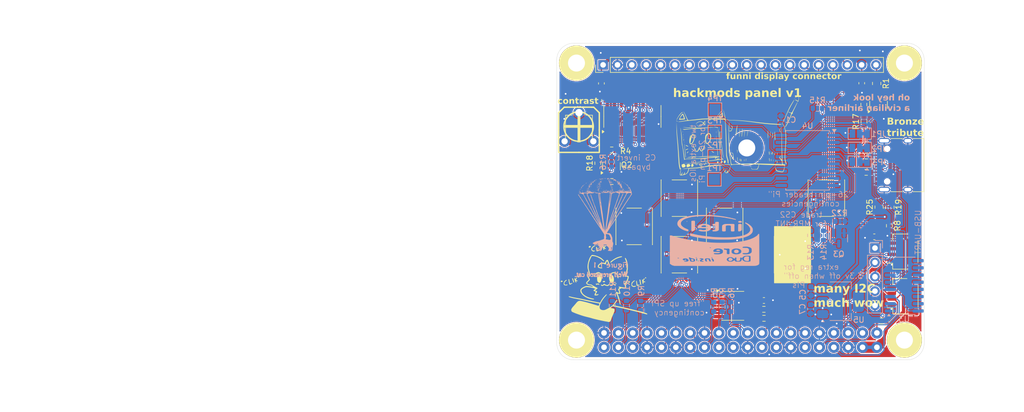
<source format=kicad_pcb>
(kicad_pcb (version 20240108) (generator "pcbnew") (generator_version "8.0")
  (layers (0 "F.Cu" signal) (31 "B.Cu" signal) (34 "B.Paste" user) (35 "F.Paste" user) (36 "B.SilkS" user "B.Silkscreen") (37 "F.SilkS" user "F.Silkscreen") (38 "B.Mask" user) (39 "F.Mask" user) (44 "Edge.Cuts" user))
  (net 0 "")
  (net 1 "GND")
  (net 2 "INT")
  (net 3 "SDA")
  (net 4 "SCL")
  (net 5 "+3V3E")
  (net 6 "D5")
  (net 7 "D0")
  (net 8 "R{slash}W")
  (net 9 "CS1")
  (net 10 "D7")
  (net 11 "EN")
  (net 12 "RST")
  (net 13 "D4")
  (net 14 "Vee")
  (net 15 "V0")
  (net 16 "D1")
  (net 17 "D{slash}I")
  (net 18 "CS2")
  (net 19 "LED-")
  (net 20 "D3")
  (net 21 "D6")
  (net 22 "D2")
  (net 24 "LED_DRV")
  (net 25 "B_BTN")
  (net 26 "A_BTN")
  (net 27 "UP_BTN")
  (net 28 "DN_BTN")
  (net 29 "LT_BTN")
  (net 30 "RT_BTN")
  (net 31 "SH_DIN")
  (net 33 "SH_CLK")
  (net 34 "SH_LAT")
  (net 35 "Net-(Q1-D)")
  (net 36 "TXD")
  (net 37 "RXD")
  (net 38 "SH_CS")
  (net 39 "Net-(J5-SCLK0{slash}GPIO11)")
  (net 40 "RSDA")
  (net 41 "RSCL")
  (net 42 "Net-(J5-MOSI0{slash}GPIO10)")
  (net 43 "+3V3")
  (net 44 "Net-(J5-~{CE1}{slash}GPIO7)")
  (net 46 "Net-(J5-3V3-Pad1)")
  (net 47 "Net-(J5-GPIO20{slash}MOSI1)")
  (net 48 "Net-(J5-GPIO16)")
  (net 49 "Net-(J5-GPIO21{slash}SCLK1)")
  (net 50 "IO_A0")
  (net 51 "IO_A1")
  (net 52 "IO_A2")
  (net 53 "Net-(J5-GPIO24)")
  (net 54 "MCP_INT")
  (net 55 "+5V")
  (net 56 "+5VL")
  (net 57 "+5VD")
  (net 58 "Net-(Q1-G)")
  (net 59 "Net-(Q2-G)")
  (net 60 "Net-(U4-P6)")
  (net 61 "Net-(U4-P7)")
  (net 62 "Net-(J4-CC2)")
  (net 63 "Net-(J4-CC1)")
  (net 65 "+5VP")
  (net 67 "D+")
  (net 68 "D-")
  (footprint "p:RASPBERRY_PI_HAT" (layer "F.Cu") (at 162.8 118.11 180)
    (property "Reference" "J5" (hide yes))
    (property "Value" "Raspberry_Pi_2_3" (hide yes))
  )
  (footprint "Capacitor_SMD:C_0603_1608Metric" (layer "F.Cu") (at 138.21 72.71 -90)
    (property "Reference" "C8" (hide yes))
    (property "Value" "100nF")
  )
  (footprint "Resistor_SMD:R_0603_1608Metric" (layer "F.Cu") (at 185.04 88.43)
    (property "Reference" "R24" (hide yes))
    (property "Value" "5K1")
  )
  (footprint "LOGO" (layer "F.Cu") (at 162.3 81.98)
    (property "Reference" "G***" (hide yes))
    (property "Value" "LOGO" (hide yes))
  )
  (footprint "Button_Switch_SMD:SW_SPST_PTS645" (layer "F.Cu") (at 172 103 90)
    (property "Reference" "SW2" (hide yes))
    (property "Value" "B")
  )
  (footprint "Resistor_SMD:R_0603_1608Metric" (layer "F.Cu") (at 184.65 79.49 90)
    (property "Reference" "R17")
    (property "Value" "1K8")
  )
  (footprint "Connector_USB:USB_C_Receptacle_HRO_TYPE-C-31-M-12" (layer "F.Cu") (at 191.35 87.16 90)
    (property "Reference" "J4" (hide yes))
    (property "Value" "USB_C_Receptacle_USB2.0_16P")
  )
  (footprint "Resistor_SMD:R_0805_2012Metric" (layer "F.Cu") (at 189.23 94.62 90)
    (property "Reference" "R19")
    (property "Value" "0/F")
  )
  (footprint "Resistor_SMD:R_0603_1608Metric" (layer "F.Cu") (at 184.62 76.445 -90)
    (property "Reference" "R21" (hide yes))
    (property "Value" "5K1")
  )
  (footprint "Connector_PinHeader_2.54mm:PinHeader_1x20_P2.54mm_Vertical" (layer "F.Cu") (at 138.51 69.43 90)
    (property "Reference" "J2")
    (property "Value" "LCD")
  )
  (footprint "Capacitor_SMD:C_0603_1608Metric" (layer "F.Cu") (at 166.95 111.1)
    (property "Reference" "C10" (hide yes))
    (property "Value" "100nF")
  )
  (footprint "Capacitor_SMD:C_0603_1608Metric" (layer "F.Cu") (at 186.47 99.84 180)
    (property "Reference" "C9" (hide yes))
    (property "Value" "100nF")
  )
  (footprint "Package_TO_SOT_SMD:SOT-23" (layer "F.Cu") (at 187.22 76.51 90)
    (property "Reference" "Q1" (hide yes))
    (property "Value" "2N7002")
  )
  (footprint "Package_TO_SOT_SMD:SOT-23" (layer "F.Cu") (at 139.99 87.36 90)
    (property "Reference" "Q2")
    (property "Value" "2N7002")
  )
  (footprint "Resistor_SMD:R_0603_1608Metric" (layer "F.Cu") (at 140.03 84.48 180)
    (property "Reference" "R4")
    (property "Value" "1K8")
  )
  (footprint "Resistor_SMD:R_0603_1608Metric" (layer "F.Cu") (at 166.945 112.66 180)
    (property "Reference" "R3" (hide yes))
    (property "Value" "1K8")
  )
  (footprint "MountingHole:MountingHole_3mm_Pad" (layer "F.Cu") (at 163.92 84.12)
    (property "Reference" "H1" (hide yes))
    (property "Value" "MountingHole_Pad")
  )
  (footprint "Resistor_SMD:R_0603_1608Metric" (layer "F.Cu") (at 140.06 90.06 180)
    (property "Reference" "R20" (hide yes))
    (property "Value" "5K1")
  )
  (footprint "Capacitor_SMD:C_0603_1608Metric" (layer "F.Cu") (at 137.75 75.685 90)
    (property "Reference" "C3" (hide yes))
    (property "Value" "100nF")
  )
  (footprint "Button_Switch_SMD:SW_SPST_PTS645" (layer "F.Cu") (at 152 93 90)
    (property "Reference" "SW3" (hide yes))
    (property "Value" "Up")
  )
  (footprint "Button_Switch_SMD:SW_SPST_PTS645" (layer "F.Cu") (at 152 103 90)
    (property "Reference" "SW4" (hide yes))
    (property "Value" "Down")
  )
  (footprint "Connector_JST:JST_SH_SM04B-SRSS-TB_1x04-1MP_P1.00mm_Horizontal" (layer "F.Cu") (at 191.535 110.34 90)
    (property "Reference" "J3" (hide yes))
    (property "Value" "QWIIC")
  )
  (footprint "Connector_JST:JST_SH_SM04B-SRSS-TB_1x04-1MP_P1.00mm_Horizontal" (layer "F.Cu") (at 191.51 102.45 90)
    (property "Reference" "J12" (hide yes))
    (property "Value" "QWIIC")
  )
  (footprint "Potentiometer_SMD:Potentiometer_Bourns_3314J_Vertical" (layer "F.Cu") (at 134.24 80.702102 180)
    (property "Reference" "RV2" (hide yes))
    (property "Value" "10K")
  )
  (footprint "Package_SO:SO-16_3.9x9.9mm_P1.27mm" (layer "F.Cu") (at 143.685001 78.545 90)
    (property "Reference" "U1" (hide yes))
    (property "Value" "74HC595")
  )
  (footprint "Capacitor_SMD:C_0603_1608Metric" (layer "F.Cu") (at 184.25 72.675 -90)
    (property "Reference" "C6" (hide yes))
    (property "Value" "100nF")
  )
  (footprint "Resistor_SMD:R_0805_2012Metric" (layer "F.Cu") (at 186.89 72.72 -90)
    (property "Reference" "R1")
    (property "Value" "0/F")
  )
  (footprint "Resistor_SMD:R_0603_1608Metric" (layer "F.Cu") (at 137.57 86.82 90)
    (property "Reference" "R18")
    (property "Value" "1K8")
  )
  (footprint "zpui_shld_wg12864b:R_0603_1608Metric_Jumper" (layer "F.Cu") (at 187.765 114.71 180)
    (property "Reference" "R12" (hide yes))
    (property "Value" "0R")
  )
  (footprint "Package_SO:SOIC-8_3.9x4.9mm_P1.27mm" (layer "F.Cu") (at 161.46 112.04)
    (property "Reference" "U2" (hide yes))
    (property "Value" "M24C02-FMN")
  )
  (footprint "Button_Switch_SMD:SW_SPST_PTS645" (layer "F.Cu") (at 160 98 90)
    (property "Reference" "SW5" (hide yes))
    (property "Value" "Right")
  )
  (footprint "Resistor_SMD:R_0805_2012Metric" (layer "F.Cu") (at 187.32 94.59 90)
    (property "Reference" "R25")
    (property "Value" "0/F")
  )
  (footprint "zpui_shld_wg12864b:R_0603_1608Metric_Jumper" (layer "F.Cu") (at 189.14 97.88 -90)
    (property "Reference" "R8")
    (property "Value" "0R")
  )
  (footprint "LOGO" (layer "F.Cu") (at 139.014253 108.188858)
    (property "Reference" "G***" (hide yes))
    (property "Value" "LOGO" (hide yes))
  )
  (footprint "zpui_shld_wg12864b:RES-ADJ-TH_VZ067TL1B202" (layer "F.Cu") (at 134.24 80.41)
    (property "Reference" "RV1" (hide yes))
    (property "Value" "10K")
  )
  (footprint "Resistor_SMD:R_0603_1608Metric" (layer "F.Cu") (at 185.06 85.54 180)
    (property "Reference" "R23" (hide yes))
    (property "Value" "5K1")
  )
  (footprint "Resistor_SMD:R_0603_1608Metric" (layer "F.Cu") (at 166.96 114.25 180)
    (property "Reference" "R2" (hide yes))
    (property "Value" "1K8")
  )
  (footprint "Button_Switch_SMD:SW_SPST_PTS645" (layer "F.Cu") (at 178 93 90)
    (property "Reference" "SW1" (hide yes))
    (property "Value" "A")
  )
  (footprint "Button_Switch_SMD:SW_SPST_PTS645" (layer "F.Cu") (at 144 98 -90)
    (property "Reference" "SW6" (hide yes))
    (property "Value" "Left")
  )
  (footprint "Resistor_SMD:R_0603_1608Metric" (layer "B.Cu") (at 180.425 97.1)
    (property "Reference" "R22")
    (property "Value" "5K1")
  )
  (footprint "zpui_shld_wg12864b:R_0603_1608Metric_Jumper" (layer "B.Cu") (at 158.06 112.23 90)
    (property "Reference" "R5")
    (property "Value" "0R")
  )
  (footprint "Capacitor_SMD:C_0603_1608Metric" (layer "B.Cu") (at 169.98 79.24 90)
    (property "Reference" "C1")
    (property "Value" "100nF")
  )
  (footprint "TestPoint:TestPoint_Pad_2.0x2.0mm" (layer "B.Cu") (at 158.19 89.68 180)
    (property "Reference" "TP1")
    (property "Value" "TestPoint")
  )
  (footprint "Resistor_SMD:R_0603_1608Metric" (layer "B.Cu") (at 139.99 86.58 90)
    (property "Reference" "R16")
    (property "Value" "NC")
  )
  (footprint "Package_SO:SOIC-16_3.9x9.9mm_P1.27mm" (layer "B.Cu") (at 191.755 108.505)
    (property "Reference" "U3")
    (property "Value" "CH340C")
  )
  (footprint "zpui_shld_wg12864b:R_0603_1608Metric_Jumper" (layer "B.Cu") (at 159.57 112.22 90)
    (property "Reference" "R7")
    (property "Value" "0R")
  )
  (footprint "Resistor_SMD:R_0603_1608Metric" (layer "B.Cu") (at 142.63 112 90)
    (property "Reference" "R10")
    (property "Value" "NC")
  )
  (footprint "Capacitor_SMD:C_0603_1608Metric" (layer "B.Cu") (at 175.2 112.615 -90)
    (property "Reference" "C7")
    (property "Value" "100nF")
  )
  (footprint "Package_TO_SOT_SMD:SOT-23" (layer "B.Cu") (at 180.19 100.1075 -90)
    (property "Reference" "Q3")
    (property "Value" "2N7002")
  )
  (footprint "Jumper:SolderJumper-3_P1.3mm_Bridged12_Pad1.0x1.5mm" (layer "B.Cu") (at 183.9 81.5925 180)
    (property "Reference" "JP1")
    (property "Value" "A0")
  )
  (footprint "TestPoint:TestPoint_Pad_2.0x2.0mm" (layer "B.Cu") (at 158.29 77.35 180)
    (property "Reference" "TP4")
    (property "Value" "TestPoint")
  )
  (footprint "Connector_PinHeader_2.54mm:PinHeader_1x05_P2.54mm_Vertical" (layer "B.Cu") (at 186.59 101.825 180)
    (property "Reference" "J1" (hide yes))
    (property "Value" "I2C")
  )
  (footprint "TestPoint:TestPoint_Pad_2.0x2.0mm" (layer "B.Cu") (at 158.28 81.29 180)
    (property "Reference" "TP3")
    (property "Value" "TestPoint")
  )
  (footprint "Jumper:SolderJumper-3_P1.3mm_Bridged12_Pad1.0x1.5mm" (layer "B.Cu") (at 183.9 84.115 180)
    (property "Reference" "JP2")
    (property "Value" "A1")
  )
  (footprint "Package_TO_SOT_SMD:SOT-223-3_TabPin2" (layer "B.Cu") (at 180.49 111.23)
    (property "Reference" "U5")
    (property "Value" "AP1117-33")
  )
  (footprint "Resistor_SMD:R_0603_1608Metric" (layer "B.Cu") (at 140.12 112 90)
    (property "Reference" "R11")
    (property "Value" "NC")
  )
  (footprint "TestPoint:TestPoint_Pad_2.0x2.0mm" (layer "B.Cu") (at 158.23 85.62 180)
    (property "Reference" "TP2")
    (property "Value" "TestPoint")
  )
  (footprint "Jumper:SolderJumper-3_P1.3mm_Bridged12_Pad1.0x1.5mm" (layer "B.Cu") (at 183.89 86.5575 180)
    (property "Reference" "JP3")
    (property "Value" "A2")
  )
  (footprint "zpui_shld_wg12864b:R_0603_1608Metric_Jumper" (layer "B.Cu") (at 161.07 112.23 90)
    (property "Reference" "R6")
    (property "Value" "0R")
  )
  (footprint "zpui_shld_wg12864b:R_0603_1608Metric_Jumper" (layer "B.Cu") (at 177.49 99.59 90)
    (property "Reference" "R14")
    (property "Value" "0R")
  )
  (footprint "LOGO" (layer "B.Cu") (at 158.31 100.38 180)
    (property "Reference" "G***" (hide yes))
    (property "Value" "LOGO" (hide yes))
  )
  (footprint "Resistor_SMD:R_0603_1608Metric" (layer "B.Cu") (at 176.42 77.11 180)
    (property "Reference" "R15")
    (property "Value" "1K8")
  )
  (footprint "LOGO" (layer "B.Cu") (at 138.959369 98.291845 180)
    (property "Reference" "G***" (hide yes))
    (property "Value" "LOGO" (hide yes))
  )
  (footprint "Resistor_SMD:R_0603_1608Metric" (layer "B.Cu") (at 175.2 99.59 90)
    (property "Reference" "R13")
    (property "Value" "NC")
  )
  (footprint "Package_SO:SOIC-16W_7.5x10.3mm_P1.27mm" (layer "B.Cu") (at 174.67 86.315 180)
    (property "Reference" "U4")
    (property "Value" "PCF8574")
  )
  (footprint "Capacitor_SMD:C_0603_1608Metric" (layer "B.Cu") (at 175.26 109.44 -90)
    (property "Reference" "C5")
    (property "Value" "100nF")
  )
  (footprint "Resistor_SMD:R_0603_1608Metric" (layer "B.Cu") (at 145.14 112 90)
    (property "Reference" "R9")
    (property "Value" "NC")
  )
  (gr_rect (start 168.8 98) (end 175.2 108) (stroke (width 0.1)) (fill solid) (layer "F.SilkS"))
  (gr_arc (start 192.407134 65.600246) (mid 194.494468 66.551998) (end 195.3 68.7) (stroke (width 0.05)) (layer "Edge.Cuts"))
  (gr_arc (start 133.2 121.6) (mid 131.112666 120.648248) (end 130.307134 118.500246) (stroke (width 0.05)) (layer "Edge.Cuts"))
  (gr_line (start 192.2 121.6) (end 133.2 121.6) (stroke (width 0.05)) (layer "Edge.Cuts"))
  (gr_arc (start 195.3 118.700001) (mid 194.350609 120.792031) (end 192.2 121.599999) (stroke (width 0.05)) (layer "Edge.Cuts"))
  (gr_line (start 195.3 68.7) (end 195.3 118.7) (stroke (width 0.05)) (layer "Edge.Cuts"))
  (gr_line (start 133.400001 65.600001) (end 192.407134 65.600246) (stroke (width 0.05)) (layer "Edge.Cuts"))
  (gr_line (start 130.307134 118.500246) (end 130.300246 68.492867) (stroke (width 0.05)) (layer "Edge.Cuts"))
  (gr_arc (start 130.300246 68.492867) (mid 131.251998 66.405533) (end 133.4 65.600001) (stroke (width 0.05)) (layer "Edge.Cuts"))
  (gr_text "two extra IOs\nfor 26-pin Pi" (at 156.62 85.08 90) (layer "B.SilkS") (effects (font (size 1 1) (thickness 0.1)) (justify bottom mirror)))
  (gr_text "extra reg for\n{dblquote}3.3v off when off{dblquote}\nPis  " (at 170.38 108.96 0) (layer "B.SilkS") (effects (font (size 1 1) (thickness 0.1)) (justify right bottom mirror)))
  (gr_text "{dblquote}26-pin header Pi{dblquote}\ncontingencies" (at 175.19 94.54 0) (layer "B.SilkS") (effects (font (size 1 1) (thickness 0.1)) (justify bottom mirror)))
  (gr_text "USB-UART" (at 194.79 99.04 90) (layer "B.SilkS") (effects (font (size 1 1) (thickness 0.1)) (justify bottom mirror)))
  (gr_text "trade CS2\nfor MPR_INT" (at 173.53 98.12 0) (layer "B.SilkS") (effects (font (size 1 1) (thickness 0.1)) (justify bottom mirror)))
  (gr_text "oh hey look\na civilian airliner" (at 192.78 77.76 0) (layer "B.SilkS") (effects (font (size 1.1 1.1) (thickness 0.275) (bold yes)) (justify left bottom mirror)))
  (gr_text "{dblquote}free up SPI{dblquote}\ncontingency" (at 156.52 113.81 0) (layer "B.SilkS") (effects (font (size 1 1) (thickness 0.1)) (justify left bottom mirror)))
  (gr_text "CS invert\nbypass" (at 144.41 88.04 0) (layer "B.SilkS") (effects (font (size 1 1) (thickness 0.1)) (justify bottom mirror)))
  (gr_text "Bronze\ntribute" (at 188.69 82.22 0) (layer "F.SilkS") (effects (font (size 1.2 1.2) (thickness 0.3) (bold yes)) (justify left bottom)))
  (gr_text "contrast" (at 130.45 76.51 0) (layer "F.SilkS") (effects (font (size 1.1 1.1) (thickness 0.275) (bold yes)) (justify left bottom)))
  (gr_text "hackmods panel v1" (at 150.87 75.36 0) (layer "F.SilkS") (effects (font (size 1.5 1.5) (thickness 0.3) (bold yes)) (justify left bottom)))
  (gr_text "funni display connector" (at 160.26 72.13 0) (layer "F.SilkS") (effects (font (size 1.1 1.1) (thickness 0.275) (bold yes)) (justify left bottom)))
  (gr_text "many I2C\nmuch wow" (at 175.71 112.474419 0) (layer "F.SilkS") (effects (font (size 1.5 1.5) (thickness 0.3) (bold yes)) (justify left bottom)))
  (segment (start 137.75 74.91) (end 137.75 74.34) (width 0.2) (layer "F.Cu") (net 1))
  (segment (start 148.130002 80.089998) (end 148.32 79.9) (width 0.2) (layer "F.Cu") (net 1))
  (segment (start 188.17 77.4475) (end 188.17 78.95) (width 0.6) (layer "F.Cu") (net 1))
  (segment (start 189.51 103.95) (end 189.51 104.73) (width 0.2) (layer "F.Cu") (net 1))
  (segment (start 189.535 112.585) (end 189.5 112.62) (width 0.2) (layer "F.Cu") (net 1))
  (segment (start 168.5 111.1) (end 168.55 111.05) (width 0.2) (layer "F.Cu") (net 1))
  (segment (start 167.725 111.1) (end 168.5 111.1) (width 0.2) (layer "F.Cu") (net 1))
  (segment (start 143.04 76.96) (end 143.050001 76.949999) (width 0.2) (layer "F.Cu") (net 1))
  (segment (start 163.935 111.405) (end 162.605 111.405) (width 0.2) (layer "F.Cu") (net 1))
  (segment (start 185.095 99.745) (end 184.83 100.01) (width 0.6) (layer "F.Cu") (net 1))
  (segment (start 141.6875 88.2975) (end 141.75 88.36) (width 0.2) (layer "F.Cu") (net 1))
  (segment (start 184.25 73.45) (end 184.25 74.31) (width 0.2) (layer "F.Cu") (net 1))
  (segment (start 148.130002 81.12) (end 148.130002 80.089998) (width 0.2) (layer "F.Cu") (net 1))
  (segment (start 188.17 78.95) (end 188.15 78.97) (width 0.6) (layer "F.Cu") (net 1))
  (segment (start 140.94 88.2975) (end 141.6875 88.2975) (width 0.2) (layer "F.Cu") (net 1))
  (segment (start 143.050001 76.949999) (end 143.050001 75.97) (width 0.2) (layer "F.Cu") (net 1))
  (segment (start 189.535 111.84) (end 189.535 112.585) (width 0.2) (layer "F.Cu") (net 1))
  (segment (start 184.25 74.31) (end 184.29 74.35) (width 0.2) (layer "F.Cu") (net 1))
  (segment (start 162.605 111.405) (end 162.52 111.49) (width 0.2) (layer "F.Cu") (net 1))
  (segment (start 185.715 99.745) (end 185.095 99.745) (width 0.6) (layer "F.Cu") (net 1))
  (segment (start 189.51 104.73) (end 189.55 104.77) (width 0.2) (layer "F.Cu") (net 1))
  (segment (start 137.75 74.34) (end 137.94 74.15) (width 0.2) (layer "F.Cu") (net 1))
  (via (at 131.64 78.98) (size 0.6) (drill 0.3) (layers "F.Cu" "B.Cu") (net 1))
  (via (at 184.29 74.35) (size 0.6) (drill 0.3) (layers "F.Cu" "B.Cu") (net 1))
  (via (at 157.01 109.26) (size 0.6) (drill 0.3) (layers "F.Cu" "B.Cu") (net 1))
  (via (at 189.55 104.77) (size 0.6) (drill 0.3) (layers "F.Cu" "B.Cu") (net 1))
  (via (at 154.23 90.59) (size 0.6) (drill 0.3) (layers "F.Cu" "B.Cu") (net 1))
  (via (at 181.37 81.46) (size 0.6) (drill 0.3) (layers "F.Cu" "B.Cu") (net 1))
  (via (at 148.32 79.9) (size 0.6) (drill 0.3) (layers "F.Cu" "B.Cu") (net 1))
  (via (at 176.05 113.58) (size 0.6) (drill 0.3) (layers "F.Cu" "B.Cu") (net 1))
  (via (at 177.34 112.44) (size 0.6) (drill 0.3) (layers "F.Cu" "B.Cu") (net 1))
  (via (at 176.07 110.23) (size 0.6) (drill 0.3) (layers "F.Cu" "B.Cu") (net 1))
  (via (at 188.79 99.65) (size 0.6) (drill 0.3) (layers "F.Cu" "B.Cu") (net 1))
  (via (at 189.85 88.77) (size 0.6) (drill 0.3) (layers "F.Cu" "B.Cu") (net 1))
  (via (at 154.15 95.5) (size 0.6) (drill 0.3) (layers "F.Cu" "B.Cu") (net 1))
  (via (at 154.2 105.55) (size 0.6) (drill 0.3) (layers "F.Cu" "B.Cu") (net 1))
  (via (at 184.83 100.01) (size 0.6) (drill 0.3) (layers "F.Cu" "B.Cu") (net 1))
  (via (at 141.75 88.36) (size 0.6) (drill 0.3) (layers "F.Cu" "B.Cu") (net 1))
  (via (at 174.25 100.61) (size 0.6) (drill 0.3) (layers "F.Cu" "B.Cu") (net 1))
  (via (at 181.6 84.05) (size 0.6) (drill 0.3) (layers "F.Cu" "B.Cu") (net 1))
  (via (at 189.5 112.62) (size 0.6) (drill 0.3) (layers "F.Cu" "B.Cu") (net 1))
  (via (at 187.98 67.05) (size 0.6) (drill 0.3) (layers "F.Cu" "B.Cu") (net 1))
  (via (at 179.82 115.18) (size 0.6) (drill 0.3) (layers "F.Cu" "B.Cu") (net 1))
  (via (at 156.8 113.25) (size 0.6) (drill 0.3) (layers "F.Cu" "B.Cu") (net 1))
  (via (at 141.83 100.49) (size 0.6) (drill 0.3) (layers "F.Cu" "B.Cu") (net 1))
  (via (at 167.89 120.66) (size 0.6) (drill 0.3) (layers "F.Cu" "B.Cu") (net 1))
  (via (at 178.86 113.58) (size 0.6) (drill 0.3) (layers "F.Cu" "B.Cu") (net 1))
  (via (at 162.52 111.49) (size 0.6) (drill 0.3) (layers "F.Cu" "B.Cu") (net 1))
  (via (at 141.73 95.63) (size 0.6) (drill 0.3) (layers "F.Cu" "B.Cu") (net 1))
  (via (at 162.26 95.53) (size 0.6) (drill 0.3) (layers "F.Cu" "B.Cu") (net 1))
  (via (at 181.92 115.29) (size 0.6) (drill 0.3) (layers "F.Cu" "B.Cu") (net 1))
  (via (at 131.88 74.55) (size 0.6) (drill 0.3) (layers "F.Cu" "B.Cu") (net 1))
  (via (at 183.92 66.89) (size 0.6) (drill 0.3) (layers "F.Cu" "B.Cu") (net 1))
  (via (at 168.55 111.05) (size 0.6) (drill 0.3) (layers "F.Cu" "B.Cu") (net 1))
  (via (at 162.21 100.47) (size 0.6) (drill 0.3) (layers "F.Cu" "B.Cu") (net 1))
  (via (at 174.28 105.43) (size 0.6) (drill 0.3) (layers "F.Cu" "B.Cu") (net 1))
  (via (at 181.6875 86.34) (size 0.6) (drill 0.3) (layers "F.Cu" "B.Cu") (net 1))
  (via (at 137.94 74.15) (size 0.6) (drill 0.3) (layers "F.Cu" "B.Cu") (net 1))
  (via (at 143.04 76.96) (size 0.6) (drill 0.3) (layers "F.Cu" "B.Cu") (net 1))
  (via (at 162.28 109.03) (size 0.6) (drill 0.3) (layers "F.Cu" "B.Cu") (net 1))
  (via (at 188.15 78.97) (size 0.6) (drill 0.3) (layers "F.Cu" "B.Cu") (net 1))
  (via (at 180.34 90.54) (size 0.6) (drill 0.3) (layers "F.Cu" "B.Cu") (net 1))
  (via (at 177.27 114.74) (size 0.6) (drill 0.3) (layers "F.Cu" "B.Cu") (net 1))
  (via (at 180.26 95.34) (size 0.6) (drill 0.3) (layers "F.Cu" "B.Cu") (net 1))
  (via (at 154.22 100.47) (size 0.6) (drill 0.3) (layers "F.Cu" "B.Cu") (net 1))
  (via (at 138.09 67.31) (size 0.6) (drill 0.3) (layers "F.Cu" "B.Cu") (net 1))
  (segment (start 181.5025 81.5925) (end 181.37 81.46) (width 0.2) (layer "B.Cu") (net 1))
  (segment (start 182.6 84.115) (end 181.665 84.115) (width 0.2) (layer "B.Cu") (net 1))
  (segment (start 176.055 110.215) (end 176.07 110.23) (width 0.4) (layer "B.Cu") (net 1))
  (segment (start 181.715 86.3675) (end 181.6875 86.34) (width 0.2) (layer "B.Cu") (net 1))
  (segment (start 175.86 113.39) (end 176.05 113.58) (width 0.4) (layer "B.Cu") (net 1))
  (segment (start 182.52 86.3675) (end 181.715 86.3675) (width 0.2) (layer "B.Cu") (net 1))
  (segment (start 181.665 84.115) (end 181.6 84.05) (width 0.2) (layer "B.Cu") (net 1))
  (segment (start 175.2 113.39) (end 175.86 113.39) (width 0.4) (layer "B.Cu") (net 1))
  (segment (start 182.6 81.5925) (end 181.5025 81.5925) (width 0.2) (layer "B.Cu") (net 1))
  (segment (start 175.26 110.215) (end 176.055 110.215) (width 0.4) (layer "B.Cu") (net 1))
  (segment (start 186.59 109.56) (end 179.31 116.84) (width 0.2) (layer "F.Cu") (net 2))
  (segment (start 186.59 109.445) (end 186.59 109.56) (width 0.2) (layer "F.Cu") (net 2))
  (segment (start 190.585 102.165) (end 190.37 101.95) (width 0.2) (layer "F.Cu") (net 3))
  (segment (start 190.61 108.499448) (end 189.98 107.869448) (width 0.2) (layer "F.Cu") (net 3))
  (segment (start 188.73 109.84) (end 187.09 108.2) (width 0.2) (layer "F.Cu") (net 3))
  (segment (start 185.34 107.33) (end 185.34 105.615) (width 0.2) (layer "F.Cu") (net 3))
  (segment (start 186.21 108.2) (end 185.34 107.33) (width 0.2) (layer "F.Cu") (net 3))
  (segment (start 185.34 105.615) (end 186.59 104.365) (width 0.2) (layer "F.Cu") (net 3))
  (segment (start 189.950552 109.84) (end 190.61 109.180552) (width 0.2) (layer "F.Cu") (net 3))
  (segment (start 187.09 108.2) (end 186.21 108.2) (width 0.2) (layer "F.Cu") (net 3))
  (segment (start 189.98 107.869448) (end 189.98 105.188529) (width 0.2) (layer "F.Cu") (net 3))
  (segment (start 189.535 109.84) (end 189.950552 109.84) (width 0.2) (layer "F.Cu") (net 3))
  (segment (start 190.585 104.583529) (end 190.585 102.165) (width 0.2) (layer "F.Cu") (net 3))
  (segment (start 190.37 101.95) (end 189.51 101.95) (width 0.2) (layer "F.Cu") (net 3))
  (segment (start 190.61 109.180552) (end 190.61 108.499448) (width 0.2) (layer "F.Cu") (net 3))
  (segment (start 189.98 105.188529) (end 190.585 104.583529) (width 0.2) (layer "F.Cu") (net 3))
  (segment (start 189.535 109.84) (end 188.73 109.84) (width 0.2) (layer "F.Cu") (net 3))
  (segment (start 181.74 109.215) (end 185.3525 105.6025) (width 0.2) (layer "B.Cu") (net 3))
  (segment (start 185.854974 78.85) (end 177.925026 78.85) (width 0.2) (layer "B.Cu") (net 3))
  (segment (start 186.59 104.365) (end 185.43 105.525) (width 0.2) (layer "B.Cu") (net 3))
  (segment (start 173.635026 83.14) (end 170.02 83.14) (width 0.2) (layer "B.Cu") (net 3))
  (segment (start 185.3525 107.223135) (end 186.134365 108.005) (width 0.2) (layer "B.Cu") (net 3))
  (segment (start 187.7 107.36) (end 187.7 105.52) (width 0.2) (layer "B.Cu") (net 3))
  (segment (start 186.62 79.615026) (end 185.854974 78.85) (width 0.2) (layer "B.Cu") (net 3))
  (segment (start 190 102.452859) (end 190 95.595026) (width 0.2) (layer "B.Cu") (net 3))
  (segment (start 177.925026 78.85) (end 173.635026 83.14) (width 0.2) (layer "B.Cu") (net 3))
  (segment (start 187.055 108.005) (end 187.7 107.36) (width 0.2) (layer "B.Cu") (net 3))
  (segment (start 185.3525 105.6025) (end 186.59 104.365) (width 0.2) (layer "B.Cu") (net 3))
  (segment (start 190.02 102.472859) (end 190 102.452859) (width 0.2) (layer "B.Cu") (net 3))
  (segment (start 184.39 116.84) (end 181.74 114.19) (width 0.2) (layer "B.Cu") (net 3))
  (segment (start 190.02 103.2) (end 190.02 102.472859) (width 0.2) (layer "B.Cu") (net 3))
  (segment (start 181.74 114.19) (end 181.74 109.215) (width 0.2) (layer "B.Cu") (net 3))
  (segment (start 185.3525 105.6025) (end 185.3525 107.223135) (width 0.2) (layer "B.Cu") (net 3))
  (segment (start 186.134365 108.005) (end 187.055 108.005) (width 0.2) (layer "B.Cu") (net 3))
  (segment (start 187.7 105.52) (end 190.02 103.2) (width 0.2) (layer "B.Cu") (net 3))
  (segment (start 190 95.595026) (end 186.62 92.215026) (width 0.2) (layer "B.Cu") (net 3))
  (segment (start 186.62 92.215026) (end 186.62 79.615026) (width 0.2) (layer "B.Cu") (net 3))
  (segment (start 186.59 106.905) (end 188.525 108.84) (width 0.2) (layer "F.Cu") (net 4))
  (segment (start 188.525 108.84) (end 189.535 108.84) (width 0.2) (layer "F.Cu") (net 4))
  (segment (start 188.02 104.13) (end 188.02 101.665001) (width 0.2) (layer "F.Cu") (net 4))
  (segment (start 189.535 108.84) (end 189.535 105.645) (width 0.2) (layer "F.Cu") (net 4))
  (segment (start 188.02 101.665001) (end 188.735001 100.95) (width 0.2) (layer "F.Cu") (net 4))
  (segment (start 189.535 105.645) (end 188.02 104.13) (width 0.2) (layer "F.Cu") (net 4))
  (segment (start 188.735001 100.95) (end 189.51 100.95) (width 0.2) (layer "F.Cu") (net 4))
  (segment (start 187.670634 103.89) (end 188.835026 103.89) (width 0.2) (layer "B.Cu") (net 4))
  (segment (start 187.69 104.94) (end 186.59 106.04) (width 0.2) (layer "B.Cu") (net 4))
  (segment (start 172.86 84.41) (end 170.02 84.41) (width 0.2) (layer "B.Cu") (net 4))
  (segment (start 186.134365 103.265) (end 187.045635 103.265) (width 0.2) (layer "B.Cu") (net 4))
  (segment (start 181.85 116.84) (end 181.24 116.23) (width 0.2) (layer "B.Cu") (net 4))
  (segment (start 185.49 104.89) (end 185.49 103.909365) (width 0.2) (layer "B.Cu") (net 4))
  (segment (start 189.65 103.075026) (end 189.65 95.74) (width 0.2) (layer "B.Cu") (net 4))
  (segment (start 189.65 95.74) (end 186.27 92.36) (width 0.2) (layer "B.Cu") (net 4))
  (segment (start 188.835026 103.89) (end 189.65 103.075026) (width 0.2) (layer "B.Cu") (net 4))
  (segment (start 185.49 103.909365) (end 186.134365 103.265) (width 0.2) (layer "B.Cu") (net 4))
  (segment (start 187.69 103.909365) (end 187.69 104.94) (width 0.2) (layer "B.Cu") (net 4))
  (segment (start 178.07 79.2) (end 172.86 84.41) (width 0.2) (layer "B.Cu") (net 4))
  (segment (start 185.71 79.2) (end 178.07 79.2) (width 0.2) (layer "B.Cu") (net 4))
  (segment (start 186.27 92.36) (end 186.27 79.76) (width 0.2) (layer "B.Cu") (net 4))
  (segment (start 181.24 116.23) (end 181.24 109.14) (width 0.2) (layer "B.Cu") (net 4))
  (segment (start 181.24 109.14) (end 185.49 104.89) (width 0.2) (layer "B.Cu") (net 4))
  (segment (start 186.27 79.76) (end 185.71 79.2) (width 0.2) (layer "B.Cu") (net 4))
  (segment (start 186.59 106.04) (end 186.59 106.905) (width 0.2) (layer "B.Cu") (net 4))
  (segment (start 187.045635 103.265) (end 187.69 103.909365) (width 0.2) (layer "B.Cu") (net 4))
  (segment (start 167.785 115.665) (end 166.61 116.84) (width 0.2) (layer "F.Cu") (net 5))
  (segment (start 167.785 114.25) (end 167.785 115.665) (width 0.2) (layer "F.Cu") (net 5))
  (segment (start 167.77 112.66) (end 165.245 110.135) (width 0.2) (layer "F.Cu") (net 5))
  (segment (start 167.785 114.25) (end 167.785 112.675) (width 0.2) (layer "F.Cu") (net 5))
  (segment (start 167.785 112.675) (end 167.77 112.66) (width 0.2) (layer "F.Cu") (net 5))
  (segment (start 165.245 110.135) (end 163.935 110.135) (width 0.2) (layer "F.Cu") (net 5))
  (segment (start 146.260001 78.509999) (end 146.260001 74.474869) (width 0.2) (layer "F.Cu") (net 6))
  (segment (start 144.320001 80.449999) (end 146.260001 78.509999) (width 0.2) (layer "F.Cu") (net 6))
  (segment (start 155.99 72.27) (end 158.83 69.43) (width 0.2) (layer "F.Cu") (net 6))
  (segment (start 148.46487 72.27) (end 155.99 72.27) (width 0.2) (layer "F.Cu") (net 6))
  (segment (start 146.260001 74.474869) (end 148.46487 72.27) (width 0.2) (layer "F.Cu") (net 6))
  (segment (start 144.320001 81.12) (end 144.320001 80.449999) (width 0.2) (layer "F.Cu") (net 6))
  (segment (start 144.815 73.445) (end 146.13 72.13) (width 0.2) (layer "F.Cu") (net 7))
  (segment (start 140.510001 75.300185) (end 142.365186 73.445) (width 0.2) (layer "F.Cu") (net 7))
  (segment (start 146.13 72.13) (end 146.13 69.43) (width 0.2) (layer "F.Cu") (net 7))
  (segment (start 142.365186 73.445) (end 144.815 73.445) (width 0.2) (layer "F.Cu") (net 7))
  (segment (start 140.510001 75.97) (end 140.510001 75.300185) (width 0.2) (layer "F.Cu") (net 7))
  (segment (start 174.690052 104.18) (end 178.52 100.350052) (width 0.2) (layer "F.Cu") (net 8))
  (segment (start 178.52 76.704974) (end 177.16 75.344974) (width 0.2) (layer "F.Cu") (net 8))
  (segment (start 170.44 117.357767) (end 170.44 116.322233) (width 0.2) (layer "F.Cu") (net 8))
  (segment (start 178.52 100.350052) (end 178.52 76.704974) (width 0.2) (layer "F.Cu") (net 8))
  (segment (start 170.45 118.08) (end 170.45 117.367767) (width 0.2) (layer "F.Cu") (net 8))
  (segment (start 173.762233 104.18) (end 174.690052 104.18) (width 0.2) (layer "F.Cu") (net 8))
  (segment (start 170.45 117.367767) (end 170.44 117.357767) (width 0.2) (layer "F.Cu") (net 8))
  (segment (start 177.16 75.344974) (end 177.16 72.52) (width 0.2) (layer "F.Cu") (net 8))
  (segment (start 169.15 119.38) (end 170.45 118.08) (width 0.2) (layer "F.Cu") (net 8))
  (segment (start 177.16 72.52) (end 174.07 69.43) (width 0.2) (layer "F.Cu") (net 8))
  (segment (start 170.45 116.312233) (end 170.45 110.43) (width 0.2) (layer "F.Cu") (net 8))
  (segment (start 172.31 105.632234) (end 173.762233 104.18) (width 0.2) (layer "F.Cu") (net 8))
  (segment (start 170.44 116.322233) (end 170.45 116.312233) (width 0.2) (layer "F.Cu") (net 8))
  (segment (start 170.45 110.43) (end 172.31 108.57) (width 0.2) (layer "F.Cu") (net 8))
  (segment (start 172.31 108.57) (end 172.31 105.632234) (width 0.2) (layer "F.Cu") (net 8))
  (segment (start 176.64 76.309896) (end 176.010026 75.679923) (width 0.2) (layer "F.Cu") (net 9))
  (segment (start 177.47 97.29) (end 177.47 79.64) (width 0.2) (layer "F.Cu") (net 9))
  (segment (start 175.227565 72.072487) (end 173.182538 72.072487) (width 0.2) (layer "F.Cu") (net 9))
  (segment (start 171.26 105.197311) (end 171.26 108.135078) (width 0.2) (layer "F.Cu") (net 9))
  (segment (start 176.740143 99.956091) (end 175.602565 101.093669) (width 0.2) (layer "F.Cu") (net 9))
  (segment (start 177.05 97.71) (end 177.47 97.29) (width 0.2) (layer "F.Cu") (net 9))
  (segment (start 160.28 115.97) (end 160.28 118.13) (width 0.2) (layer "F.Cu") (net 9))
  (segment (start 176.64 78.81) (end 176.64 76.309896) (width 0.2) (layer "F.Cu") (net 9))
  (segment (start 175.602565 101.782565) (end 174.27513 103.11) (width 0.2) (layer "F.Cu") (net 9))
  (segment (start 177.47 79.64) (end 176.64 78.81) (width 0.2) (layer "F.Cu") (net 9))
  (segment (start 177.05 97.71) (end 176.740143 98.019857) (width 0.2) (layer "F.Cu") (net 9))
  (segment (start 174.27513 103.11) (end 173.347311 103.11) (width 0.2) (layer "F.Cu") (net 9))
  (segment (start 167.997485 70.977486) (end 166.449999 69.43) (width 0.2) (layer "F.Cu") (net 9))
  (segment (start 172.087539 70.977486) (end 167.997485 70.977486) (width 0.2) (layer "F.Cu") (net 9))
  (segment (start 175.602565 101.093669) (end 175.602565 101.782565) (width 0.2) (layer "F.Cu") (net 9))
  (segment (start 173.347311 103.11) (end 171.26 105.197311) (width 0.2) (layer "F.Cu") (net 9))
  (segment (start 173.182538 72.072487) (end 172.087539 70.977486) (width 0.2) (layer "F.Cu") (net 9))
  (segment (start 170.005078 109.39) (end 163.135158 109.39) (width 0.2) (layer "F.Cu") (net 9))
  (segment (start 176.010026 75.679923) (end 176.010026 72.854948) (width 0.2) (layer "F.Cu") (net 9))
  (segment (start 160.28 118.13) (end 161.53 119.38) (width 0.2) (layer "F.Cu") (net 9))
  (segment (start 176.740143 98.019857) (end 176.740143 99.956091) (width 0.2) (layer "F.Cu") (net 9))
  (segment (start 161.39 111.135158) (end 161.39 114.86) (width 0.2) (layer "F.Cu") (net 9))
  (segment (start 161.39 114.86) (end 160.28 115.97) (width 0.2) (layer "F.Cu") (net 9))
  (segment (start 171.26 108.135078) (end 170.005078 109.39) (width 0.2) (layer "F.Cu") (net 9))
  (segment (start 163.135158 109.39) (end 161.39 111.135158) (width 0.2) (layer "F.Cu") (net 9))
  (segment (start 176.010026 72.854948) (end 175.227565 72.072487) (width 0.2) (layer "F.Cu") (net 9))
  (via (at 177.05 97.71) (size 0.6) (drill 0.3) (layers "F.Cu" "B.Cu") (net 9))
  (segment (start 179.24 98.56) (end 179.24 99.17) (width 0.2) (layer "B.Cu") (net 9))
  (segment (start 179.24 97.46) (end 179.6 97.1) (width 0.2) (layer "B.Cu") (net 9))
  (segment (start 177.392182 97.686507) (end 178.366507 97.686507) (width 0.2) (layer "B.Cu") (net 9))
  (segment (start 178.366507 97.686507) (end 179.24 98.56) (width 0.2) (layer "B.Cu") (net 9))
  (segment (start 179.24 99.17) (end 179.24 97.46) (width 0.2) (layer "B.Cu") (net 9))
  (segment (start 177.05 97.71) (end 177.368689 97.71) (width 0.2) (layer "B.Cu") (net 9))
  (segment (start 177.368689 97.71) (end 177.392182 97.686507) (width 0.2) (layer "B.Cu") (net 9))
  (segment (start 148.71 73.79) (end 149.18 73.32) (width 0.2) (layer "F.Cu") (net 10))
  (segment (start 148.71 78.31) (end 148.71 73.79) (width 0.2) (layer "F.Cu") (net 10))
  (segment (start 146.860001 81.12) (end 146.860001 80.159999) (width 0.2) (layer "F.Cu") (net 10))
  (segment (start 149.18 73.32) (end 160.02 73.32) (width 0.2) (layer "F.Cu") (net 10))
  (segment (start 160.02 73.32) (end 163.91 69.43) (width 0.2) (layer "F.Cu") (net 10))
  (segment (start 146.860001 80.159999) (end 148.71 78.31) (width 0.2) (layer "F.Cu") (net 10))
  (segment (start 179.22 100.64) (end 179.22 69.499999) (width 0.2) (layer "F.Cu") (net 11))
  (segment (start 173.72 116.84) (end 171.15 114.27) (width 0.2) (layer "F.Cu") (net 11))
  (segment (start 174.052182 104.88) (end 174.98 104.88) (width 0.2) (layer "F.Cu") (net 11))
  (segment (start 174.98 104.88) (end 179.22 100.64) (width 0.2) (layer "F.Cu") (net 11))
  (segment (start 179.22 69.499999) (end 179.150001 69.43) (width 0.2) (layer "F.Cu") (net 11))
  (segment (start 173.01 108.859948) (end 173.01 105.922182) (width 0.2) (layer "F.Cu") (net 11))
  (segment (start 174.23 116.84) (end 173.72 116.84) (width 0.2) (layer "F.Cu") (net 11))
  (segment (start 173.01 105.922182) (end 174.052182 104.88) (width 0.2) (layer "F.Cu") (net 11))
  (segment (start 171.15 110.719948) (end 173.01 108.859948) (width 0.2) (layer "F.Cu") (net 11))
  (segment (start 171.15 114.27) (end 171.15 110.719948) (width 0.2) (layer "F.Cu") (net 11))
  (segment (start 171.96 105.48726) (end 173.617259 103.83) (width 0.2) (layer "F.Cu") (net 12))
  (segment (start 171.96 108.425026) (end 171.96 105.48726) (width 0.2) (layer "F.Cu") (net 12))
  (segment (start 174.545078 103.83) (end 178.17 100.205078) (width 0.2) (layer "F.Cu") (net 12))
  (segment (start 178.17 76.849948) (end 176.81 75.489948) (width 0.2) (layer "F.Cu") (net 12))
  (segment (start 169.15 116.84) (end 169.15 116.4) (width 0.2) (layer "F.Cu") (net 12))
  (segment (start 178.17 100.205078) (end 178.17 76.849948) (width 0.2) (layer "F.Cu") (net 12))
  (segment (start 175.517513 71.372487) (end 173.472487 71.372487) (width 0.2) (layer "F.Cu") (net 12))
  (segment (start 170.1 110.285025) (end 171.96 108.425026) (width 0.2) (layer "F.Cu") (net 12))
  (segment (start 173.617259 103.83) (end 174.545078 103.83) (width 0.2) (layer "F.Cu") (net 12))
  (segment (start 176.81 75.489948) (end 176.81 72.664974) (width 0.2) (layer "F.Cu") (net 12))
  (segment (start 176.81 72.664974) (end 175.517513 71.372487) (width 0.2) (layer "F.Cu") (net 12))
  (segment (start 169.15 116.4) (end 170.1 115.45) (width 0.2) (layer "F.Cu") (net 12))
  (segment (start 170.1 115.45) (end 170.1 110.285025) (width 0.2) (layer "F.Cu") (net 12))
  (segment (start 173.472487 71.372487) (end 171.53 69.43) (width 0.2) (layer "F.Cu") (net 12))
  (segment (start 148.369896 71.87) (end 153.850001 71.87) (width 0.2) (layer "F.Cu") (net 13))
  (segment (start 144.98 77.87) (end 144.98 75.135158) (width 0.2) (layer "F.Cu") (net 13))
  (segment (start 143.050001 79.799999) (end 144.98 77.87) (width 0.2) (layer "F.Cu") (net 13))
  (segment (start 144.98 75.135158) (end 145.270158 74.845) (width 0.2) (layer "F.Cu") (net 13))
  (segment (start 143.050001 81.12) (end 143.050001 79.799999) (width 0.2) (layer "F.Cu") (net 13))
  (segment (start 145.270158 74.845) (end 145.394896 74.845) (width 0.2) (layer "F.Cu") (net 13))
  (segment (start 145.394896 74.845) (end 148.369896 71.87) (width 0.2) (layer "F.Cu") (net 13))
  (segment (start 153.850001 71.87) (end 156.290001 69.43) (width 0.2) (layer "F.Cu") (net 13))
  (segment (start 136.52 73.62) (end 136.52 74.75) (width 0.2) (layer "F.Cu") (net 14))
  (segment (start 181.69 69.43) (end 180.15 67.89) (width 0.2) (layer "F.Cu") (net 14))
  (segment (start 142.22 69.815635) (end 139.315635 72.72) (width 0.2) (layer "F.Cu") (net 14))
  (segment (start 132.79 78.82) (end 132.79 81.86) (width 0.2) (layer "F.Cu") (net 14))
  (segment (start 142.22 69.244364) (end 142.22 69.815635) (width 0.2) (layer "F.Cu") (net 14))
  (segment (start 134.56 75.3) (end 132.8 77.06) (width 0.2) (layer "F.Cu") (net 14))
  (segment (start 132.79 81.86) (end 131.7 82.95) (width 0.2) (layer "F.Cu") (net 14))
  (segment (start 132.8 77.06) (end 132.8 78.81) (width 0.2) (layer "F.Cu") (net 14))
  (segment (start 132.8 78.81) (end 132.79 78.82) (width 0.2) (layer "F.Cu") (net 14))
  (segment (start 180.15 67.89) (end 143.574364 67.89) (width 0.2) (layer "F.Cu") (net 14))
  (segment (start 137.42 72.72) (end 136.52 73.62) (width 0.2) (layer "F.Cu") (net 14))
  (segment (start 136.52 74.75) (end 135.97 75.3) (width 0.2) (layer "F.Cu") (net 14))
  (segment (start 139.315635 72.72) (end 137.42 72.72) (width 0.2) (layer "F.Cu") (net 14))
  (segment (start 143.574364 67.89) (end 142.22 69.244364) (width 0.2) (layer "F.Cu") (net 14))
  (segment (start 135.97 75.3) (end 134.56 75.3) (width 0.2) (layer "F.Cu") (net 14))
  (segment (start 143.589999 69.43) (end 142.634694 70.385305) (width 0.2) (layer "F.Cu") (net 15))
  (segment (start 142.634694 70.385305) (end 142.145304 70.385305) (width 0.2) (layer "F.Cu") (net 15))
  (segment (start 134.24 77.87) (end 136.78 80.41) (width 0.2) (layer "F.Cu") (net 15))
  (segment (start 134.24 76.28) (end 134.24 77.87) (width 0.2) (layer "F.Cu") (net 15))
  (segment (start 139.03 74.1) (end 138.58 74.55) (width 0.2) (layer "F.Cu") (net 15))
  (segment (start 138.58 75.25) (end 138.14 75.69) (width 0.2) (layer "F.Cu") (net 15))
  (segment (start 142.145304 70.385305) (end 139.03 73.500609) (width 0.2) (layer "F.Cu") (net 15))
  (segment (start 136.78 80.41) (end 136.78 82.95) (width 0.2) (layer "F.Cu") (net 15))
  (segment (start 139.03 73.500609) (end 139.03 74.1) (width 0.2) (layer "F.Cu") (net 15))
  (segment (start 138.14 75.69) (end 134.83 75.69) (width 0.2) (layer "F.Cu") (net 15))
  (segment (start 138.58 74.55) (end 138.58 75.25) (width 0.2) (layer "F.Cu") (net 15))
  (segment (start 134.83 75.69) (end 134.24 76.28) (width 0.2) (layer "F.Cu") (net 15))
  (segment (start 139.24 81.12) (end 139.24 78.825554) (width 0.2) (layer "F.Cu") (net 16))
  (segment (start 148.67 70.084974) (end 148.67 69.43) (width 0.2) (layer "F.Cu") (net 16))
  (segment (start 142.51016 73.795) (end 144.959974 73.795) (width 0.2) (layer "F.Cu") (net 16))
  (segment (start 141.180002 76.885552) (end 141.180002 75.125158) (width 0.2) (layer "F.Cu") (net 16))
  (segment (start 144.959974 73.795) (end 148.67 70.084974) (width 0.2) (layer "F.Cu") (net 16))
  (segment (start 141.180002 75.125158) (end 142.51016 73.795) (width 0.2) (layer "F.Cu") (net 16))
  (segment (start 139.24 78.825554) (end 141.180002 76.885552) (width 0.2) (layer "F.Cu") (net 16))
  (segment (start 177.51 72.375026) (end 177.51 75.2) (width 0.2) (layer "F.Cu") (net 17))
  (segment (start 170.8 115.43) (end 171.69 116.32) (width 0.2) (layer "F.Cu") (net 17))
  (segment (start 178.87 76.56) (end 178.87 100.495026) (width 0.2) (layer "F.Cu") (net 17))
  (segment (start 170.8 110.574974) (end 170.8 115.43) (width 0.2) (layer "F.Cu") (net 17))
  (segment (start 171.69 116.32) (end 171.69 116.84) (width 0.2) (layer "F.Cu") (net 17))
  (segment (start 172.66 108.714974) (end 170.8 110.574974) (width 0.2) (layer "F.Cu") (net 17))
  (segment (start 172.66 105.777208) (end 172.66 108.714974) (width 0.2) (layer "F.Cu") (net 17))
  (segment (start 176.609999 71.475025) (end 177.51 72.375026) (width 0.2) (layer "F.Cu") (net 17))
  (segment (start 174.835026 104.53) (end 173.907207 104.53) (width 0.2) (layer "F.Cu") (net 17))
  (segment (start 178.87 100.495026) (end 174.835026 104.53) (width 0.2) (layer "F.Cu") (net 17))
  (segment (start 176.609999 69.43) (end 176.609999 71.475025) (width 0.2) (layer "F.Cu") (net 17))
  (segment (start 177.51 75.2) (end 178.87 76.56) (width 0.2) (layer "F.Cu") (net 17))
  (segment (start 173.907207 104.53) (end 172.66 105.777208) (width 0.2) (layer "F.Cu") (net 17))
  (segment (start 173.327513 71.722487) (end 175.372539 71.722487) (width 0.2) (layer "F.Cu") (net 18))
  (segment (start 175.372539 71.722487) (end 176.360026 72.709974) (width 0.2) (layer "F.Cu") (net 18))
  (segment (start 170.187486 70.627486) (end 172.232513 70.627486) (width 0.2) (layer "F.Cu") (net 18))
  (segment (start 177.82 76.994922) (end 177.82 78.91) (width 0.2) (layer "F.Cu") (net 18))
  (segment (start 177.82 98.036507) (end 177.82 97.72) (width 0.2) (layer "F.Cu") (net 18))
  (segment (start 168.99 69.43) (end 170.187486 70.627486) (width 0.2) (layer "F.Cu") (net 18))
  (segment (start 177.305 77.82) (end 177.305 78.395) (width 0.2) (layer "F.Cu") (net 18))
  (segment (start 172.232513 70.627486) (end 173.327513 71.722487) (width 0.2) (layer "F.Cu") (net 18))
  (segment (start 177.62 98.236507) (end 177.82 98.036507) (width 0.2) (layer "F.Cu") (net 18))
  (segment (start 177.82 78.91) (end 177.82 97.72) (width 0.2) (layer "F.Cu") (net 18))
  (segment (start 177.305 78.395) (end 177.82 78.91) (width 0.2) (layer "F.Cu") (net 18))
  (segment (start 176.360026 75.534949) (end 177.82 76.994922) (width 0.2) (layer "F.Cu") (net 18))
  (segment (start 176.360026 72.709974) (end 176.360026 75.534949) (width 0.2) (layer "F.Cu") (net 18))
  (via (at 177.305 77.82) (size 0.6) (drill 0.3) (layers "F.Cu" "B.Cu") (net 18))
  (via (at 177.62 98.236507) (size 0.6) (drill 0.3) (layers "F.Cu" "B.Cu") (net 18))
  (segment (start 177.305 77.17) (end 177.245 77.11) (width 0.2) (layer "B.Cu") (net 18))
  (segment (start 178.546329 99.166329) (end 178.546329 100.296329) (width 0.2) (layer "B.Cu") (net 18))
  (segment (start 177.305 77.82) (end 177.305 77.17) (width 0.2) (layer "B.Cu") (net 18))
  (segment (start 179.295001 101.045001) (end 180.19 101.045001) (width 0.2) (layer "B.Cu") (net 18))
  (segment (start 178.145 98.765) (end 178.546329 99.166329) (width 0.2) (layer "B.Cu") (net 18))
  (segment (start 177.49 98.765) (end 178.145 98.765) (width 0.2) (layer "B.Cu") (net 18))
  (segment (start 178.546329 100.296329) (end 179.295001 101.045001) (width 0.2) (layer "B.Cu") (net 18))
  (segment (start 186.89 71.8075) (end 186.89 69.55) (width 0.2) (layer "F.Cu") (net 19))
  (segment (start 186.89 69.55) (end 186.77 69.43) (width 0.2) (layer "F.Cu") (net 19))
  (segment (start 145.249922 74.495) (end 148.274922 71.47) (width 0.2) (layer "F.Cu") (net 20))
  (segment (start 151.71 71.47) (end 153.75 69.43) (width 0.2) (layer "F.Cu") (net 20))
  (segment (start 141.780002 79.699998) (end 143.720001 77.759999) (width 0.2) (layer "F.Cu") (net 20))
  (segment (start 148.274922 71.47) (end 151.71 71.47) (width 0.2) (layer "F.Cu") (net 20))
  (segment (start 141.780002 81.12) (end 141.780002 79.699998) (width 0.2) (layer "F.Cu") (net 20))
  (segment (start 143.720001 75.125158) (end 144.350159 74.495) (width 0.2) (layer "F.Cu") (net 20))
  (segment (start 143.720001 77.759999) (end 143.720001 75.125158) (width 0.2) (layer "F.Cu") (net 20))
  (segment (start 144.350159 74.495) (end 145.249922 74.495) (width 0.2) (layer "F.Cu") (net 20))
  (segment (start 147.530002 78.529998) (end 147.530002 74.194816) (width 0.2) (layer "F.Cu") (net 21))
  (segment (start 147.530002 74.194816) (end 148.754818 72.97) (width 0.2) (layer "F.Cu") (net 21))
  (segment (start 148.754818 72.97) (end 157.83 72.97) (width 0.2) (layer "F.Cu") (net 21))
  (segment (start 145.59 80.47) (end 147.530002 78.529998) (width 0.2) (layer "F.Cu") (net 21))
  (segment (start 145.59 81.12) (end 145.59 80.47) (width 0.2) (layer "F.Cu") (net 21))
  (segment (start 157.83 72.97) (end 161.37 69.43) (width 0.2) (layer "F.Cu") (net 21))
  (segment (start 143.430159 74.145) (end 145.104948 74.145) (width 0.2) (layer "F.Cu") (net 22))
  (segment (start 140.510001 79.409999) (end 142.450001 77.469999) (width 0.2) (layer "F.Cu") (net 22))
  (segment (start 148.129948 71.12) (end 149.64 71.12) (width 0.2) (layer "F.Cu") (net 22))
  (segment (start 142.450001 75.125158) (end 143.430159 74.145) (width 0.2) (layer "F.Cu") (net 22))
  (segment (start 145.104948 74.145) (end 148.129948 71.12) (width 0.2) (layer "F.Cu") (net 22))
  (segment (start 140.510001 81.12) (end 140.510001 79.409999) (width 0.2) (layer "F.Cu") (net 22))
  (segment (start 149.64 71.12) (end 151.21 69.55) (width 0.2) (layer "F.Cu") (net 22))
  (segment (start 151.21 69.55) (end 151.21 69.43) (width 0.2) (layer "F.Cu") (net 22))
  (segment (start 142.450001 77.469999) (end 142.450001 75.125158) (width 0.2) (layer "F.Cu") (net 22))
  (segment (start 183.18 95.904974) (end 183.18 84.699999) (width 0.2) (layer "F.Cu") (net 24))
  (segment (start 184.28 97.004974) (end 183.18 95.904974) (width 0.2) (layer "F.Cu") (net 24))
  (segment (start 181.585026 114.07) (end 184.28 111.375026) (width 0.2) (layer "F.Cu") (net 24))
  (segment (start 179.34 114.07) (end 181.585026 114.07) (width 0.2) (layer "F.Cu") (net 24))
  (segment (start 184.28 111.375026) (end 184.28 97.004974) (width 0.2) (layer "F.Cu") (net 24))
  (segment (start 174.23 119.38) (end 175.48 118.13) (width 0.2) (layer "F.Cu") (net 24))
  (segment (start 177.49 118.13) (end 178.02 117.6) (width 0.2) (layer "F.Cu") (net 24))
  (segment (start 183.18 84.699999) (end 184.65 83.23) (width 0.2) (layer "F.Cu") (net 24))
  (segment (start 178.02 115.39) (end 179.34 114.07) (width 0.2) (layer "F.Cu") (net 24))
  (segment (start 175.48 118.13) (end 177.49 118.13) (width 0.2) (layer "F.Cu") (net 24))
  (segment (start 184.65 83.23) (end 184.65 80.315) (width 0.2) (layer "F.Cu") (net 24))
  (segment (start 178.02 117.6) (end 178.02 115.39) (width 0.2) (layer "F.Cu") (net 24))
  (segment (start 151.37 116.84) (end 151.37 115.44) (width 0.2) (layer "F.Cu") (net 25))
  (segment (start 169.75 103.01) (end 168.8 103.01) (width 0.4) (layer "F.Cu") (net 25))
  (segment (start 158.22 107.11) (end 165.34 107.11) (width 0.2) (layer "F.Cu") (net 25))
  (segment (start 156.33 109) (end 158.22 107.11) (width 0.2) (layer "F.Cu") (net 25))
  (segment (start 156.33 110.48) (end 156.33 109) (width 0.2) (layer "F.Cu") (net 25))
  (segment (start 165.674974 107.11) (end 165.34 107.11) (width 0.2) (layer "F.Cu") (net 25))
  (segment (start 168.8 103.01) (end 168.8 103.984974) (width 0.2) (layer "F.Cu") (net 25))
  (segment (start 169.75 99.02) (end 169.75 103.01) (width 0.6) (layer "F.Cu") (net 25))
  (segment (start 151.37 115.44) (end 156.33 110.48) (width 0.2) (layer "F.Cu") (net 25))
  (segment (start 168.8 103.984974) (end 165.674974 107.11) (width 0.2) (layer "F.Cu") (net 25))
  (segment (start 169.75 103.01) (end 169.75 106.98) (width 0.6) (layer "F.Cu") (net 25))
  (via (at 169.75 103.01) (size 0.6) (drill 0.3) (layers "F.Cu" "B.Cu") (net 25))
  (segment (start 175.33 92.42) (end 181.38 92.42) (width 0.2) (layer "B.Cu") (net 25))
  (segment (start 174.1125 94.79) (end 174.1125 93.6375) (width 0.2) (layer "B.Cu") (net 25))
  (segment (start 182.22 91.58) (end 182.22 89.14) (width 0.2) (layer "B.Cu") (net 25))
  (segment (start 180.03 86.95) (end 179.32 86.95) (width 0.2) (layer "B.Cu") (net 25))
  (segment (start 182.22 89.14) (end 180.03 86.95) (width 0.2) (layer "B.Cu") (net 25))
  (segment (start 174.1125 93.6375) (end 175.33 92.42) (width 0.2) (layer "B.Cu") (net 25))
  (segment (start 181.38 92.42) (end 182.22 91.58) (width 0.2) (layer "B.Cu") (net 25))
  (segment (start 173.00625 95.89625) (end 174.1125 94.79) (width 0.2) (layer "B.Cu") (net 25))
  (segment (start 169.75 103.01) (end 169.75 99.1525) (width 0.2) (layer "B.Cu") (net 25))
  (segment (start 169.75 99.1525) (end 173.00625 95.89625) (width 0.2) (layer "B.Cu") (net 25))
  (segment (start 168.31 97.99) (end 168.85 97.45) (width 0.2) (layer "F.Cu") (net 26))
  (segment (start 148.83 119.38) (end 150.08 118.13) (width 0.2) (layer "F.Cu") (net 26))
  (segment (start 150.08 118.13) (end 150.08 116.235026) (width 0.2) (layer "F.Cu") (net 26))
  (segment (start 165.53 106.76) (end 168.31 103.98) (width 0.2) (layer "F.Cu") (net 26))
  (segment (start 175.75 89.02) (end 175.75 96.98) (width 0.6) (layer "F.Cu") (net 26))
  (segment (start 173.26 97.45) (end 173.64 97.07) (width 0.2) (layer "F.Cu") (net 26))
  (segment (start 158.075026 106.76) (end 165.53 106.76) (width 0.2) (layer "F.Cu") (net 26))
  (segment (start 155.98 108.855026) (end 158.075026 106.76) (width 0.2) (layer "F.Cu") (net 26))
  (segment (start 155.98 110.335026) (end 155.98 108.855026) (width 0.2) (layer "F.Cu") (net 26))
  (segment (start 173.73 96.98) (end 175.75 96.98) (width 0.4) (layer "F.Cu") (net 26))
  (segment (start 150.08 116.235026) (end 155.98 110.335026) (width 0.2) (layer "F.Cu") (net 26))
  (segment (start 168.31 103.98) (end 168.31 97.99) (width 0.2) (layer "F.Cu") (net 26))
  (segment (start 168.85 97.45) (end 173.26 97.45) (width 0.2) (layer "F.Cu") (net 26))
  (via (at 175.75 93.24) (size 0.6) (drill 0.3) (layers "F.Cu" "B.Cu") (net 26))
  (segment (start 180.79 87.215026) (end 182.57 88.995026) (width 0.2) (layer "B.Cu") (net 26))
  (segment (start 182.57 88.995026) (end 182.57 91.724975) (width 0.2) (layer "B.Cu") (net 26))
  (segment (start 181.524974 92.77) (end 176.22 92.77) (width 0.2) (layer "B.Cu") (net 26))
  (segment (start 180.79 86.8) (end 180.79 87.215026) (width 0.2) (layer "B.Cu") (net 26))
  (segment (start 180.7875 86.2375) (end 180.7875 86.7975) (width 0.2) (layer "B.Cu") (net 26))
  (segment (start 180.23 85.68) (end 180.7875 86.2375) (width 0.2) (layer "B.Cu") (net 26))
  (segment (start 176.22 92.77) (end 175.75 93.24) (width 0.2) (layer "B.Cu") (net 26))
  (segment (start 182.57 91.724975) (end 181.524974 92.77) (width 0.2) (layer "B.Cu") (net 26))
  (segment (start 180.7875 86.7975) (end 180.79 86.8) (width 0.2) (layer "B.Cu") (net 26))
  (segment (start 179.32 85.68) (end 180.23 85.68) (width 0.2) (layer "B.Cu") (net 26))
  (segment (start 149.75 89.02) (end 149.75 92.97) (width 0.6) (layer "F.Cu") (net 27))
  (segment (start 149.75 92.97) (end 149.75 96.98) (width 0.6) (layer "F.Cu") (net 27))
  (segment (start 148.77 109.504974) (end 148.77 98.82) (width 0.2) (layer "F.Cu") (net 27))
  (segment (start 145.94 112.334973) (end 148.77 109.504974) (width 0.2) (layer "F.Cu") (net 27))
  (segment (start 148.72 98.01) (end 148.72 98.77) (width 0.4) (layer "F.Cu") (net 27))
  (segment (start 145.94 114.65) (end 145.94 112.334973) (width 0.2) (layer "F.Cu") (net 27))
  (segment (start 149.75 96.98) (end 148.72 98.01) (width 0.4) (layer "F.Cu") (net 27))
  (segment (start 143.75 116.84) (end 145.94 114.65) (width 0.2) (layer "F.Cu") (net 27))
  (via (at 149.75 92.97) (size 0.6) (drill 0.3) (layers "F.Cu" "B.Cu") (net 27))
  (segment (start 170.02 90.76) (end 161.900052 90.76) (width 0.2) (layer "B.Cu") (net 27))
  (segment (start 161.900052 90.76) (end 159.890052 92.77) (width 0.2) (layer "B.Cu") (net 27))
  (segment (start 159.890052 92.77) (end 149.95 92.77) (width 0.2) (layer "B.Cu") (net 27))
  (segment (start 149.95 92.77) (end 149.75 92.97) (width 0.2) (layer "B.Cu") (net 27))
  (segment (start 149.75 102.86) (end 149.75 106.98) (width 0.6) (layer "F.Cu") (net 28))
  (segment (start 149.689948 109.08) (end 146.29 112.479948) (width 0.2) (layer "F.Cu") (net 28))
  (segment (start 149.75 109.08) (end 149.689948 109.08) (width 0.2) (layer "F.Cu") (net 28))
  (segment (start 149.75 106.98) (end 149.75 109.08) (width 0.4) (layer "F.Cu") (net 28))
  (segment (start 149.75 99.02) (end 149.75 102.86) (width 0.6) (layer "F.Cu") (net 28))
  (segment (start 146.29 112.479948) (end 146.29 116.84) (width 0.2) (layer "F.Cu") (net 28))
  (via (at 149.75 102.86) (size 0.6) (drill 0.3) (layers "F.Cu" "B.Cu") (net 28))
  (segment (start 176.935026 88.22) (end 179.32 88.22) (width 0.2) (layer "B.Cu") (net 28))
  (segment (start 159.135026 94.02) (end 165.62 94.02) (width 0.2) (layer "B.Cu") (net 28))
  (segment (start 171.135026 94.02) (end 176.935026 88.22) (width 0.2) (layer "B.Cu") (net 28))
  (segment (start 149.75 102.86) (end 150.295026 102.86) (width 0.2) (layer "B.Cu") (net 28))
  (segment (start 165.62 94.02) (end 171.135026 94.02) (width 0.2) (layer "B.Cu") (net 28))
  (segment (start 150.295026 102.86) (end 159.135026 94.02) (width 0.2) (layer "B.Cu") (net 28))
  (segment (start 145.59 114.505026) (end 144.695026 115.4) (width 0.2) (layer "F.Cu") (net 29))
  (segment (start 148.42 106.56) (end 148.42 109.36) (width 0.2) (layer "F.Cu") (net 29))
  (segment (start 146.25 101.98) (end 146.25 104.39) (width 0.4) (layer "F.Cu") (net 29))
  (segment (start 144.695026 115.4) (end 142.65 115.4) (width 0.2) (layer "F.Cu") (net 29))
  (segment (start 146.25 101.98) (end 146.25 97.69) (width 0.6) (layer "F.Cu") (net 29))
  (segment (start 145.59 112.189999) (end 145.59 114.505026) (width 0.2) (layer "F.Cu") (net 29))
  (segment (start 146.25 97.69) (end 146.25 94.02) (width 0.6) (layer "F.Cu") (net 29))
  (segment (start 146.25 104.39) (end 148.42 106.56) (width 0.2) (layer "F.Cu") (net 29))
  (segment (start 142.65 115.4) (end 141.21 116.84) (width 0.2) (layer "F.Cu") (net 29))
  (segment (start 148.42 109.36) (end 145.59 112.189999) (width 0.2) (layer "F.Cu") (net 29))
  (via (at 146.25 97.69) (size 0.6) (drill 0.3) (layers "F.Cu" "B.Cu") (net 29))
  (segment (start 146.25 97.69) (end 146.25 95.692182) (width 0.2) (layer "B.Cu") (net 29))
  (segment (start 159.745078 92.42) (end 161.765078 90.4) (width 0.2) (layer "B.Cu") (net 29))
  (segment (start 169.70287 89.625) (end 169.928935 89.398935) (width 0.2) (layer "B.Cu") (net 29))
  (segment (start 149.522182 92.42) (end 159.745078 92.42) (width 0.2) (layer "B.Cu") (net 29))
  (segment (start 169.085 89.625) (end 169.70287 89.625) (width 0.2) (layer "B.Cu") (net 29))
  (segment (start 161.765078 90.4) (end 168.31 90.4) (width 0.2) (layer "B.Cu") (net 29))
  (segment (start 168.31 90.4) (end 169.085 89.625) (width 0.2) (layer "B.Cu") (net 29))
  (segment (start 146.25 95.692182) (end 149.522182 92.42) (width 0.2) (layer "B.Cu") (net 29))
  (segment (start 148.83 116.84) (end 148.980052 116.84) (width 0.2) (layer "F.Cu") (net 30))
  (segment (start 148.980052 116.84) (end 155.560026 110.260026) (width 0.2) (layer "F.Cu") (net 30))
  (segment (start 155.560026 110.260026) (end 155.560026 108.780026) (width 0.2) (layer "F.Cu") (net 30))
  (segment (start 157.75 106.590052) (end 157.75 104.92) (width 0.2) (layer "F.Cu") (net 30))
  (segment (start 157.75 98.12) (end 157.75 101.98) (width 0.6) (layer "F.Cu") (net 30))
  (segment (start 157.75 104.92) (end 157.75 101.98) (width 0.4) (layer "F.Cu") (net 30))
  (segment (start 155.560026 108.780026) (end 157.75 106.590052) (width 0.2) (layer "F.Cu") (net 30))
  (segment (start 157.75 94.02) (end 157.75 98.12) (width 0.6) (layer "F.Cu") (net 30))
  (via (at 157.75 98.12) (size 0.6) (drill 0.3) (layers "F.Cu" "B.Cu") (net 30))
  (segment (start 157.75 98.12) (end 157.75 95.9) (width 0.2) (layer "B.Cu") (net 30))
  (segment (start 159.28 94.37) (end 165.78 94.37) (width 0.2) (layer "B.Cu") (net 30))
  (segment (start 157.75 95.9) (end 159.28 94.37) (width 0.2) (layer "B.Cu") (net 30))
  (segment (start 165.78 94.37) (end 171.28 94.37) (width 0.2) (layer "B.Cu") (net 30))
  (segment (start 171.28 94.37) (end 176.16 89.49) (width 0.2) (layer "B.Cu") (net 30))
  (segment (start 176.16 89.49) (end 179.32 89.49) (width 0.2) (layer "B.Cu") (net 30))
  (segment (start 151.77 107.769975) (end 151.77 87.44) (width 0.2) (layer "F.Cu") (net 31))
  (segment (start 151.344892 108.195083) (end 151.77 107.769975) (width 0.2) (layer "F.Cu") (net 31))
  (segment (start 143.572182 83.63) (end 141.77 83.63) (width 0.2) (layer "F.Cu") (net 31))
  (segment (start 148.99 84.66) (end 144.602182 84.66) (width 0.2) (layer "F.Cu") (net 31))
  (segment (start 144.602182 84.66) (end 143.572182 83.63) (width 0.2) (layer "F.Cu") (net 31))
  (segment (start 141.780002 75.97) (end 141.780002 77.119998) (width 0.2) (layer "F.Cu") (net 31))
  (segment (start 151.77 87.44) (end 148.99 84.66) (width 0.2) (layer "F.Cu") (net 31))
  (segment (start 141.780002 77.119998) (end 141.71 77.19) (width 0.2) (layer "F.Cu") (net 31))
  (via (at 141.71 77.19) (size 0.6) (drill 0.3) (layers "F.Cu" "B.Cu") (net 31))
  (via (at 141.77 83.63) (size 0.6) (drill 0.3) (layers "F.Cu" "B.Cu") (net 31))
  (via (at 151.344892 108.195083) (size 0.6) (drill 0.3) (layers "F.Cu" "B.Cu") (net 31))
  (segment (start 154.8978 110) (end 159.665 110) (width 0.2) (layer "B.Cu") (net 31))
  (segment (start 153.7989 108.901099) (end 154.8978 110) (width 0.2) (layer "B.Cu") (net 31))
  (segment (start 147.184975 110.475) (end 146.884975 110.175) (width 0.2) (layer "B.Cu") (net 31))
  (segment (start 141.71 83.57) (end 141.71 77.19) (width 0.2) (layer "B.Cu") (net 31))
  (segment (start 151.75 107.34) (end 153.37 107.34) (width 0.2) (layer "B.Cu") (net 31))
  (segment (start 153.37 107.34) (end 153.7989 107.7689) (width 0.2) (layer "B.Cu") (net 31))
  (segment (start 151.344892 108.195083) (end 150.87 108.669975) (width 0.2) (layer "B.Cu") (net 31))
  (segment (start 153.7989 107.7689) (end 153.7989 108.901099) (width 0.2) (layer "B.Cu") (net 31))
  (segment (start 141.77 83.63) (end 141.71 83.57) (width 0.2) (layer "B.Cu") (net 31))
  (segment (start 149.34782 110.475) (end 147.184975 110.475) (width 0.2) (layer "B.Cu") (net 31))
  (segment (start 146.884975 110.175) (end 144.251964 110.175) (width 0.2) (layer "B.Cu") (net 31))
  (segment (start 143.251964 111.175) (end 142.63 111.175) (width 0.2) (layer "B.Cu") (net 31))
  (segment (start 159.665 110) (end 161.07 111.405) (width 0.2) (layer "B.Cu") (net 31))
  (segment (start 150.87 108.669975) (end 150.87 108.95282) (width 0.2) (layer "B.Cu") (net 31))
  (segment (start 151.344892 107.745108) (end 151.75 107.34) (width 0.2) (layer "B.Cu") (net 31))
  (segment (start 151.344892 108.195083) (end 151.344892 107.745108) (width 0.2) (layer "B.Cu") (net 31))
  (segment (start 144.251964 110.175) (end 143.251964 111.175) (width 0.2) (layer "B.Cu") (net 31))
  (segment (start 150.87 108.95282) (end 149.34782 110.475) (width 0.2) (layer "B.Cu") (net 31))
  (segment (start 145.99 83.96) (end 149.279948 83.96) (width 0.2) (layer "F.Cu") (net 33))
  (segment (start 145.59 75.97) (end 145.59 77.35) (width 0.2) (layer "F.Cu") (net 33))
  (segment (start 152.64 107.58) (end 153.237895 108.177895) (width 0.2) (layer "F.Cu") (net 33))
  (segment (start 153.237895 108.177895) (end 153.237895 108.269381) (width 0.2) (layer "F.Cu") (net 33))
  (segment (start 152.47 87.150051) (end 152.47 107.397207) (width 0.2) (layer "F.Cu") (net 33))
  (segment (start 152.64 107.567207) (end 152.64 107.58) (width 0.2) (layer "F.Cu") (net 33))
  (segment (start 145.55 83.52) (end 145.99 83.96) (width 0.2) (layer "F.Cu") (net 33))
  (segment (start 149.279948 83.96) (end 152.47 87.150051) (width 0.2) (layer "F.Cu") (net 33))
  (segment (start 152.47 107.397207) (end 152.64 107.567207) (width 0.2) (layer "F.Cu") (net 33))
  (segment (start 145.59 77.35) (end 145.66 77.42) (width 0.2) (layer "F.Cu") (net 33))
  (via (at 145.55 83.52) (size 0.6) (drill 0.3) (layers "F.Cu" "B.Cu") (net 33))
  (via (at 145.66 77.42) (size 0.6) (drill 0.3) (layers "F.Cu" "B.Cu") (net 33))
  (via (at 153.237895 108.269381) (size 0.6) (drill 0.3) (layers "F.Cu" "B.Cu") (net 33))
  (segment (start 153.237895 108.835068) (end 153.237895 108.269381) (width 0.2) (layer "B.Cu") (net 33))
  (segment (start 141.518062 111.18) (end 140.125 111.18) (width 0.2) (layer "B.Cu") (net 33))
  (segment (start 158.555 110.38) (end 159.57 111.395) (width 0.2) (layer "B.Cu") (net 33))
  (segment (start 140.125 111.18) (end 140.12 111.175) (width 0.2) (layer "B.Cu") (net 33))
  (segment (start 149.492794 110.825) (end 147.04 110.825) (width 0.2) (layer "B.Cu") (net 33))
  (segment (start 154.782826 110.38) (end 158.555 110.38) (width 0.2) (layer "B.Cu") (net 33))
  (segment (start 151.939809 108.095141) (end 151.939809 108.377985) (width 0.2) (layer "B.Cu") (net 33))
  (segment (start 154.701413 110.298587) (end 154.782826 110.38) (width 0.2) (layer "B.Cu") (net 33))
  (segment (start 145.55 83.52) (end 145.56 83.51) (width 0.2) (layer "B.Cu") (net 33))
  (segment (start 142.163062 111.825) (end 141.518062 111.18) (width 0.2) (layer "B.Cu") (net 33))
  (segment (start 154.701413 110.298587) (end 153.237895 108.835068) (width 0.2) (layer "B.Cu") (net 33))
  (segment (start 143.096939 111.825) (end 142.163062 111.825) (width 0.2) (layer "B.Cu") (net 33))
  (segment (start 153.237895 108.269381) (end 152.741473 107.772959) (width 0.2) (layer "B.Cu") (net 33))
  (segment (start 145.56 77.52) (end 145.66 77.42) (width 0.2) (layer "B.Cu") (net 33))
  (segment (start 147.04 110.825) (end 146.74 110.525) (width 0.2) (layer "B.Cu") (net 33))
  (segment (start 152.261991 107.772959) (end 151.939809 108.095141) (width 0.2) (layer "B.Cu") (net 33))
  (segment (start 152.741473 107.772959) (end 152.261991 107.772959) (width 0.2) (layer "B.Cu") (net 33))
  (segment (start 146.74 110.525) (end 144.396938 110.525) (width 0.2) (layer "B.Cu") (net 33))
  (segment (start 144.396938 110.525) (end 143.096939 111.825) (width 0.2) (layer "B.Cu") (net 33))
  (segment (start 145.56 83.51) (end 145.56 77.52) (width 0.2) (layer "B.Cu") (net 33))
  (segment (start 151.939809 108.377985) (end 149.492794 110.825) (width 0.2) (layer "B.Cu") (net 33))
  (segment (start 139.99 85.345) (end 140.855 84.48) (width 0.2) (layer "F.Cu") (net 34))
  (segment (start 139.99 86.422499) (end 139.99 85.345) (width 0.2) (layer "F.Cu") (net 34))
  (segment (start 141.85 83.08) (end 141.542182 83.08) (width 0.2) (layer "F.Cu") (net 34))
  (segment (start 141.542182 83.08) (end 140.855 83.767182) (width 0.2) (layer "F.Cu") (net 34))
  (segment (start 144.320001 75.97) (end 144.320001 77.300001) (width 0.2) (layer "F.Cu") (net 34))
  (segment (start 141.85 83.08) (end 143.8 83.08) (width 0.2) (layer "F.Cu") (net 34))
  (segment (start 140.394636 84.940364) (end 140.855 84.48) (width 0.2) (layer "F.Cu") (net 34))
  (segment (start 140.394636 85.185121) (end 140.394636 84.940364) (width 0.2) (layer "F.Cu") (net 34))
  (segment (start 143.8 83.08) (end 144.22 83.5) (width 0.2) (layer "F.Cu") (net 34))
  (segment (start 144.320001 77.300001) (end 144.38 77.36) (width 0.2) (layer "F.Cu") (net 34))
  (segment (start 140.855 83.767182) (end 140.855 84.48) (width 0.2) (layer "F.Cu") (net 34))
  (via (at 140.394636 85.185121) (size 0.6) (drill 0.3) (layers "F.Cu" "B.Cu") (net 34))
  (via (at 144.38 77.36) (size 0.6) (drill 0.3) (layers "F.Cu" "B.Cu") (net 34))
  (via (at 144.22 83.5) (size 0.6) (drill 0.3) (layers "F.Cu" "B.Cu") (net 34))
  (segment (start 140.394636 85.350364) (end 139.99 85.755) (width 0.2) (layer "B.Cu") (net 34))
  (segment (start 144.17 77.57) (end 144.38 77.36) (width 0.2) (layer "B.Cu") (net 34))
  (segment (start 140.394636 85.185121) (end 140.394636 85.350364) (width 0.2) (layer "B.Cu") (net 34))
  (segment (start 144.17 83.45) (end 144.17 77.57) (width 0.2) (layer "B.Cu") (net 34))
  (segment (start 144.22 83.5) (end 144.17 83.45) (width 0.2) (layer "B.Cu") (net 34))
  (segment (start 186.89 74.21) (end 187.22 74.54) (width 0.2) (layer "F.Cu") (net 35))
  (segment (start 186.89 73.6325) (end 186.89 74.21) (width 0.2) (layer "F.Cu") (net 35))
  (segment (start 187.22 74.54) (end 187.22 75.572499) (width 0.2) (layer "F.Cu") (net 35))
  (segment (start 190.675 114.015) (end 188.18 116.51) (width 0.2) (layer "B.Cu") (net 36))
  (segment (start 180.66 120.73) (end 179.31 119.38) (width 0.2) (layer "B.Cu") (net 36))
  (segment (start 190.05 110.39) (end 189.255 110.39) (width 0.2) (layer "B.Cu") (net 36))
  (segment (start 190.675 114.015) (end 190.872513 113.817487) (width 0.2) (layer "B.Cu") (net 36))
  (segment (start 190.872513 111.212513) (end 190.05 110.39) (width 0.2) (layer "B.Cu") (net 36))
  (segment (start 190.872513 113.817487) (end 190.872513 111.212513) (width 0.2) (layer "B.Cu") (net 36))
  (segment (start 188.18 116.51) (end 188.18 119.897767) (width 0.2) (layer "B.Cu") (net 36))
  (segment (start 188.18 119.897767) (end 187.347767 120.73) (width 0.2) (layer "B.Cu") (net 36))
  (segment (start 187.347767 120.73) (end 180.66 120.73) (width 0.2) (layer "B.Cu") (net 36))
  (segment (start 188.812512 115.382513) (end 190.522513 113.672513) (width 0.2) (layer "B.Cu") (net 37))
  (segment (start 186.61972 115.382513) (end 188.812512 115.382513) (width 0.2) (layer "B.Cu") (net 37))
  (segment (start 178.02 118.13) (end 184.867767 118.13) (width 0.2) (layer "B.Cu") (net 37))
  (segment (start 185.68 117.317767) (end 185.68 116.322233) (width 0.2) (layer "B.Cu") (net 37))
  (segment (start 185.68 116.322233) (end 186.61972 115.382513) (width 0.2) (layer "B.Cu") (net 37))
  (segment (start 190.522513 111.952514) (end 190.229999 111.66) (width 0.2) (layer "B.Cu") (net 37))
  (segment (start 176.77 119.38) (end 178.02 118.13) (width 0.2) (layer "B.Cu") (net 37))
  (segment (start 190.522513 113.672513) (end 190.522513 111.952514) (width 0.2) (layer "B.Cu") (net 37))
  (segment (start 184.867767 118.13) (end 185.68 117.317767) (width 0.2) (layer "B.Cu") (net 37))
  (segment (start 190.229999 111.66) (end 189.255 111.66) (width 0.2) (layer "B.Cu") (net 37))
  (segment (start 152.12 107.542182) (end 152.12 87.295026) (width 0.2) (layer "F.Cu") (net 38))
  (segment (start 152.489809 108.322959) (end 152.29 108.12315) (width 0.2) (layer "F.Cu") (net 38))
  (segment (start 144.83 83.577818) (end 144.83 83.21) (width 0.2) (layer "F.Cu") (net 38))
  (segment (start 140.205 83.922208) (end 140.205 84.596938) (width 0.2) (layer "F.Cu") (net 38))
  (segment (start 141.397208 82.73) (end 140.205 83.922208) (width 0.2) (layer "F.Cu") (net 38))
  (segment (start 149.134974 84.31) (end 145.562182 84.31) (width 0.2) (layer "F.Cu") (net 38))
  (segment (start 144.35 82.73) (end 141.397208 82.73) (width 0.2) (layer "F.Cu") (net 38))
  (segment (start 152.29 108.12315) (end 152.29 107.712182) (width 0.2) (layer "F.Cu") (net 38))
  (segment (start 144.83 83.21) (end 144.35 82.73) (width 0.2) (layer "F.Cu") (net 38))
  (segment (start 145.562182 84.31) (end 144.83 83.577818) (width 0.2) (layer "F.Cu") (net 38))
  (segment (start 152.29 107.712182) (end 152.12 107.542182) (width 0.2) (layer "F.Cu") (net 38))
  (segment (start 140.205 84.596938) (end 138.786938 86.015) (width 0.2) (layer "F.Cu") (net 38))
  (segment (start 152.12 87.295026) (end 149.134974 84.31) (width 0.2) (layer "F.Cu") (net 38))
  (segment (start 138.786938 86.015) (end 137.74 86.015) (width 0.2) (layer "F.Cu") (net 38))
  (via (at 152.489809 108.322959) (size 0.6) (drill 0.3) (layers "F.Cu" "B.Cu") (net 38))
  (segment (start 154.637852 110.73) (end 157.385 110.73) (width 0.2) (layer "B.Cu") (net 38))
  (segment (start 152.489809 108.581956) (end 152.489809 108.322959) (width 0.2) (layer "B.Cu") (net 38))
  (segment (start 157.385 110.73) (end 158.06 111.405) (width 0.2) (layer "B.Cu") (net 38))
  (segment (start 154.598926 110.691074) (end 154.637852 110.73) (width 0.2) (layer "B.Cu") (net 38))
  (segment (start 152.316989 108.322959) (end 152.489809 108.322959) (width 0.2) (layer "B.Cu") (net 38))
  (segment (start 154.598926 110.691074) (end 152.489809 108.581956) (width 0.2) (layer "B.Cu") (net 38))
  (segment (start 149.637768 111.175) (end 145.14 111.175) (width 0.2) (layer "B.Cu") (net 38))
  (segment (start 152.489809 108.322959) (end 149.637768 111.175) (width 0.2) (layer "B.Cu") (net 38))
  (segment (start 159.57 114.045) (end 159.57 113.045) (width 0.2) (layer "B.Cu") (net 39))
  (segment (start 158.99 116.84) (end 158.99 114.625) (width 0.2) (layer "B.Cu") (net 39))
  (segment (start 158.99 114.625) (end 159.57 114.045) (width 0.2) (layer "B.Cu") (net 39))
  (segment (start 155.16 118.09) (end 153.91 116.84) (width 0.2) (layer "F.Cu") (net 40))
  (segment (start 163.935 113.945) (end 163.305 113.945) (width 0.2) (layer "F.Cu") (net 40))
  (segment (start 163.305 113.945) (end 162.78 114.47) (width 0.2) (layer "F.Cu") (net 40))
  (segment (start 162.78 119.897767) (end 162.047767 120.63) (width 0.2) (layer "F.Cu") (net 40))
  (segment (start 165.035 113.945) (end 163.935 113.945) (width 0.2) (layer "F.Cu") (net 40))
  (segment (start 155.93 120.63) (end 155.16 119.86) (width 0.2) (layer "F.Cu") (net 40))
  (segment (start 155.16 119.86) (end 155.16 118.09) (width 0.2) (layer "F.Cu") (net 40))
  (segment (start 166.135 114.25) (end 165.34 114.25) (width 0.2) (layer "F.Cu") (net 40))
  (segment (start 162.78 114.47) (end 162.78 119.897767) (width 0.2) (layer "F.Cu") (net 40))
  (segment (start 162.047767 120.63) (end 155.93 120.63) (width 0.2) (layer "F.Cu") (net 40))
  (segment (start 165.34 114.25) (end 165.035 113.945) (width 0.2) (layer "F.Cu") (net 40))
  (segment (start 165.32 120.64) (end 165.32 116.24) (width 0.2) (layer "F.Cu") (net 41))
  (segment (start 164.96 121) (end 165.32 120.64) (width 0.2) (layer "F.Cu") (net 41))
  (segment (start 165.32 116.24) (end 166.785 114.775) (width 0.2) (layer "F.Cu") (net 41))
  (segment (start 166.785 113.325) (end 166.12 112.66) (width 0.2) (layer "F.Cu") (net 41))
  (segment (start 166.12 112.66) (end 163.95 112.66) (width 0.2) (layer "F.Cu") (net 41))
  (segment (start 163.95 112.66) (end 163.935 112.675) (width 0.2) (layer "F.Cu") (net 41))
  (segment (start 155.53 121) (end 164.96 121) (width 0.2) (layer "F.Cu") (net 41))
  (segment (start 166.785 114.775) (end 166.785 113.325) (width 0.2) (layer "F.Cu") (net 41))
  (segment (start 153.91 119.38) (end 155.53 121) (width 0.2) (layer "F.Cu") (net 41))
  (segment (start 161.07 115.27) (end 161.07 113.055) (width 0.2) (layer "B.Cu") (net 42))
  (segment (start 161.31 115.51) (end 161.07 115.27) (width 0.2) (layer "B.Cu") (net 42))
  (segment (start 164.07 116.84) (end 162.74 115.51) (width 0.2) (layer "B.Cu") (net 42))
  (segment (start 162.74 115.51) (end 161.31 115.51) (width 0.2) (layer "B.Cu") (net 42))
  (segment (start 180.78 74.54) (end 182.65 72.67) (width 0.2) (layer "F.Cu") (net 43))
  (segment (start 190.309999 110.839999) (end 190.729999 110.419999) (width 0.2) (layer "F.Cu") (net 43))
  (segment (start 180.250001 70.120159) (end 182.799842 72.67) (width 0.2) (layer "F.Cu") (net 43))
  (segment (start 185.11 72.67) (end 185.729921 73.289921) (width 0.2) (layer "F.Cu") (net 43))
  (segment (start 186.82 78.37) (end 185.465 79.725) (width 0.2) (layer "F.Cu") (net 43))
  (segment (start 182.799842 72.67) (end 185.11 72.67) (width 0.2) (layer "F.Cu") (net 43))
  (segment (start 188.63 102.95) (end 189.51 102.95) (width 0.2) (layer "F.Cu") (net 43))
  (segment (start 157.36 72.62) (end 159.93 70.05) (width 0.2) (layer "F.Cu") (net 43))
  (segment (start 138.02 76.19) (end 137.75 76.46) (width 0.2) (layer "F.Cu") (net 43))
  (segment (start 191.07 101.05) (end 190.37 100.35) (width 0.2) (layer "F.Cu") (net 43))
  (segment (start 182.65 72.67) (end 182.799842 72.67) (width 0.2) (layer "F.Cu") (net 43))
  (segment (start 187.265 99.495) (end 187.265 99.745) (width 0.2) (layer "F.Cu") (net 43))
  (segment (start 183.53 84.844974) (end 183.53 95.76) (width 0.2) (layer "F.Cu") (net 43))
  (segment (start 179.73 68.24) (end 180.250001 68.760001) (width 0.2) (layer "F.Cu") (net 43))
  (segment (start 159.93 70.05) (end 159.93 69.314365) (width 0.2) (layer "F.Cu") (net 43))
  (segment (start 189.08 114.71) (end 190.56 113.23) (width 0.2) (layer "F.Cu") (net 43))
  (segment (start 185 83.374974) (end 183.53 84.844974) (width 0.2) (layer "F.Cu") (net 43))
  (segment (start 190.729999 110.419999) (end 191.07 110.079999) (width 0.2) (layer "F.Cu") (net 43))
  (segment (start 159.93 69.314365) (end 161.004365 68.24) (width 0.2) (layer "F.Cu") (net 43))
  (segment (start 146.860001 75.97) (end 146.860001 77.39) (width 0.2) (layer "F.Cu") (net 43))
  (segment (start 185.729921 75.600079) (end 186.82 76.690158) (width 0.2) (layer "F.Cu") (net 43))
  (segment (start 190.309999 110.84) (end 190.729999 110.419999) (width 0.2) (layer "F.Cu") (net 43))
  (segment (start 188.61 102.97) (end 188.63 102.95) (width 0.2) (layer "F.Cu") (net 43))
  (segment (start 138.67 75.97) (end 139.24 75.97) (width 0.2) (layer "F.Cu") (net 43))
  (segment (start 190.56 111.41) (end 190.309999 111.159999) (width 0.2) (layer "F.Cu") (net 43))
  (segment (start 178.65 111.25) (end 178.63 111.23) (width 0.2) (layer "F.Cu") (net 43))
  (segment (start 189.99 110.84) (end 189.535 110.84) (width 0.2) (layer "F.Cu") (net 43))
  (segment (start 148.609844 72.62) (end 157.36 72.62) (width 0.2) (layer "F.Cu") (net 43))
  (segment (start 189.535 110.84) (end 190.309999 110.84) (width 0.2) (layer "F.Cu") (net 43))
  (segment (start 190.56 113.23) (end 190.56 111.41) (width 0.2) (layer "F.Cu") (net 43))
  (segment (start 185 81.29) (end 185 83.374974) (width 0.2) (layer "F.Cu") (net 43))
  (segment (start 187.94 114.06) (end 188.59 114.71) (width 0.2) (layer "F.Cu") (net 43))
  (segment (start 186.82 76.690158) (end 186.82 78.37) (width 0.2) (layer "F.Cu") (net 43))
  (segment (start 187.265 99.745) (end 187.87 100.35) (width 0.2) (layer "F.Cu") (net 43))
  (segment (start 188.01 100.35) (end 186.58 101.78) (width 0.2) (layer "F.Cu") (net 43))
  (segment (start 183.53 95.76) (end 187.265 99.495) (width 0.2) (layer "F.Cu") (net 43))
  (segment (start 190.37 100.35) (end 188.155 100.35) (width 0.2) (layer "F.Cu") (net 43))
  (segment (start 186.58 101.78) (end 186.58 101.925) (width 0.2) (layer "F.Cu") (net 43))
  (segment (start 182.61 111.25) (end 178.65 111.25) (width 0.2) (layer "F.Cu") (net 43))
  (segment (start 187.94 113.76) (end 187.94 114.06) (width 0.2) (layer "F.Cu") (net 43))
  (segment (start 188.59 114.71) (end 189.08 114.71) (width 0.2) (layer "F.Cu") (net 43))
  (segment (start 138.45 76.19) (end 138.02 76.19) (width 0.2) (layer "F.Cu") (net 43))
  (segment (start 138.17 83.445) (end 138.17 78.38) (width 0.2) (layer "F.Cu") (net 43))
  (segment (start 185.729921 73.289921) (end 185.729921 75.600079) (width 0.2) (layer "F.Cu") (net 43))
  (segment (start 146.860001 74.369843) (end 148.609844 72.62) (width 0.2) (layer "F.Cu") (net 43))
  (segment (start 138.45 76.19) (end 138.67 75.97) (width 0.2) (layer "F.Cu") (net 43))
  (segment (start 138.17 78.38) (end 139.24 77.31) (width 0.2) (layer "F.Cu") (net 43))
  (segment (start 185.465 80.825) (end 185 81.29) (width 0.2) (layer "F.Cu") (net 43))
  (segment (start 190.309999 111.159999) (end 190.309999 110.839999) (width 0.2) (layer "F.Cu") (net 43))
  (segment (start 188.155 100.35) (end 188.01 100.35) (width 0.2) (layer "F.Cu") (net 43))
  (segment (start 161.004365 68.24) (end 179.73 68.24) (width 0.2) (layer "F.Cu") (net 43))
  (segment (start 185.465 79.725) (end 185.465 80.825) (width 0.2) (layer "F.Cu") (net 43))
  (segment (start 180.250001 68.760001) (end 180.250001 70.120159) (width 0.2) (layer "F.Cu") (net 43))
  (segment (start 190.56 111.41) (end 189.99 110.84) (width 0.2) (layer "F.Cu") (net 43))
  (segment (start 139.24 77.31) (end 139.24 75.97) (width 0.2) (layer "F.Cu") (net 43))
  (segment (start 139.205 84.48) (end 138.17 83.445) (width 0.2) (layer "F.Cu") (net 43))
  (segment (start 187.87 100.35) (end 188.155 100.35) (width 0.2) (layer "F.Cu") (net 43))
  (segment (start 191.07 110.079999) (end 191.07 101.05) (width 0.2) (layer "F.Cu") (net 43))
  (segment (start 146.860001 75.97) (end 146.860001 74.369843) (width 0.2) (layer "F.Cu") (net 43))
  (via (at 182.61 111.25) (size 0.6) (drill 0.3) (layers "F.Cu" "B.Cu") (net 43))
  (via (at 187.94 113.76) (size 0.6) (drill 0.3) (layers "F.Cu" "B.Cu") (net 43))
  (via (at 178.63 111.23) (size 0.6) (drill 0.3) (layers "F.Cu" "B.Cu") (net 43))
  (via (at 146.860001 77.39) (size 0.6) (drill 0.3) (layers "F.Cu" "B.Cu") (net 43))
  (via (at 180.78 74.54) (size 0.6) (drill 0.3) (layers "F.Cu" "B.Cu") (net 43))
  (via (at 188.61 102.97) (size 0.6) (drill 0.3) (layers "F.Cu" "B.Cu") (net 43))
  (via (at 138.45 76.19) (size 0.6) (drill 0.3) (layers "F.Cu" "B.Cu") (net 43))
  (segment (start 168.79 81.87) (end 170.02 81.87) (width 0.2) (layer "B.Cu") (net 43))
  (segment (start 188.61 102.97) (end 187.735 102.97) (width 0.2) (layer "B.Cu") (net 43))
  (segment (start 168.21 82.45) (end 168.79 81.87) (width 0.2) (layer "B.Cu") (net 43))
  (segment (start 143.71 77.334264) (end 143.71 76.89) (width 0.2) (layer "B.Cu") (net 43))
  (segment (start 177.619974 80.145) (end 173.004975 84.76) (width 0.2) (layer "B.Cu") (net 43))
  (segment (start 138.45 76.19) (end 138.73 76.47) (width 0.2) (layer "B.Cu") (net 43))
  (segment (start 180.61 74.54) (end 180.78 74.54) (width 0.2) (layer "B.Cu") (net 43))
  (segment (start 182.63 111.23) (end 182.61 111.25) (width 0.2) (layer "B.Cu") (net 43))
  (segment (start 173.004975 84.76) (end 171.264842 84.76) (width 0.2) (layer "B.Cu") (net 43))
  (segment (start 187.735 102.97) (end 186.59 101.825) (width 0.2) (layer "B.Cu") (net 43))
  (segment (start 168.975158 84.96) (end 168.21 84.194842) (width 0.2) (layer "B.Cu") (net 43))
  (segment (start 145.940001 76.47) (end 146.860001 77.39) (width 0.2) (layer "B.Cu") (net 43))
  (segment (start 143.344264 77.7) (end 143.71 77.334264) (width 0.2) (layer "B.Cu") (net 43))
  (segment (start 142.39 77.021471) (end 142.39 77.38) (width 0.2) (layer "B.Cu") (net 43))
  (segment (start 175.805 76.475) (end 176.11 76.17) (width 0.2) (layer "B.Cu") (net 43))
  (segment (start 166.63 80.31) (end 168.485 82.165) (width 0.2) (layer "B.Cu") (net 43))
  (segment (start 183.639999 111.23) (end 186.169999 113.76) (width 0.2) (layer "B.Cu") (net 43))
  (segment (start 171.264842 84.76) (end 171.064842 84.96) (width 0.2) (layer "B.Cu") (net 43))
  (segment (start 178.63 111.23) (end 177.340001 111.23) (width 0.2) (layer "B.Cu") (net 43))
  (segment (start 175.595 77.11) (end 175.805 76.9) (width 0.2) (layer "B.Cu") (net 43))
  (segment (start 141.838529 76.47) (end 142.39 77.021471) (width 0.2) (layer "B.Cu") (net 43))
  (segment (start 171.064842 84.96) (end 168.975158 84.96) (width 0.2) (layer "B.Cu") (net 43))
  (segment (start 176.730001 111.84) (end 177.340001 111.23) (width 0.4) (layer "B.Cu") (net 43))
  (segment (start 191.61 111.88) (end 192.66 112.93) (width 0.2) (layer "B.Cu") (net 43))
  (segment (start 172.68 81.87) (end 170.02 81.87) (width 0.2) (layer "B.Cu") (net 43))
  (segment (start 187.48 113.76) (end 187.94 113.76) (width 0.2) (layer "B.Cu") (net 43))
  (segment (start 138.73 76.47) (end 141.838529 76.47) (width 0.2) (layer "B.Cu") (net 43))
  (segment (start 175.2 111.84) (end 176.730001 111.84) (width 0.4) (layer "B.Cu") (net 43))
  (segment (start 175.805 76.9) (end 175.805 76.61) (width 0.2) (layer "B.Cu") (net 43))
  (segment (start 192.66 112.93) (end 194.205 112.93) (width 0.2) (layer "B.Cu") (net 43))
  (segment (start 185.2 80.6425) (end 184.7025 80.145) (width 0.2) (layer "B.Cu") (net 43))
  (segment (start 175.595 78.955) (end 172.68 81.87) (width 0.2) (layer "B.Cu") (net 43))
  (segment (start 187.94 113.36) (end 187.94 109.460001) (width 0.2) (layer "B.Cu") (net 43))
  (segment (start 169.98 81.83) (end 170.02 81.87) (width 0.2) (layer "B.Cu") (net 43))
  (segment (start 143.71 76.89) (end 144.13 76.47) (width 0.2) (layer "B.Cu") (net 43))
  (segment (start 144.13 76.47) (end 145.940001 76.47) (width 0.2) (layer "B.Cu") (net 43))
  (segment (start 187.48 113.76) (end 187.54 113.76) (width 0.2) (layer "B.Cu") (net 43))
  (segment (start 191.61 110.500001) (end 191.61 111.88) (width 0.2) (layer "B.Cu") (net 43))
  (segment (start 190.229999 109.12) (end 191.61 110.500001) (width 0.2) (layer "B.Cu") (net 43))
  (segment (start 187.54 113.76) (end 187.94 113.36) (width 0.2) (layer "B.Cu") (net 43))
  (segment (start 169.98 80.015) (end 169.98 81.83) (width 0.2) (layer "B.Cu") (net 43))
  (segment (start 142.71 77.7) (end 143.344264 77.7) (width 0.2) (layer "B.Cu") (net 43))
  (segment (start 186.169999 113.76) (end 187.48 113.76) (width 0.2) (layer "B.Cu") (net 43))
  (segment (start 188.280001 109.12) (end 189.255 109.12) (width 0.2) (layer "B.Cu") (net 43))
  (segment (start 175.805 76.61) (end 175.805 76.475) (width 0.2) (layer "B.Cu") (net 43))
  (segment (start 185.2 86.5525) (end 185.22 86.5725) (width 0.2) (layer "B.Cu") (net 43))
  (segment (start 187.94 109.460001) (end 188.280001 109.12) (width 0.2) (layer "B.Cu") (net 43))
  (segment (start 184.7025 80.145) (end 177.619974 80.145) (width 0.2) (layer "B.Cu") (net 43))
  (segment (start 185.2 81.5925) (end 185.2 86.5525) (width 0.2) (layer "B.Cu") (net 43))
  (segment (start 187.94 113.76) (end 187.94 113.36) (width 0.2) (layer "B.Cu") (net 43))
  (segment (start 185.2 81.5925) (end 185.2 80.6425) (width 0.2) (layer "B.Cu") (net 43))
  (segment (start 158.29 77.35) (end 161.25 80.31) (width 0.2) (layer "B.Cu") (net 43))
  (segment (start 183.639999 111.23) (end 182.63 111.23) (width 0.2) (layer "B.Cu") (net 43))
  (segment (start 161.25 80.31) (end 166.63 80.31) (width 0.2) (layer "B.Cu") (net 43))
  (segment (start 175.595 77.11) (end 175.595 78.955) (width 0.2) (layer "B.Cu") (net 43))
  (segment (start 168.21 84.194842) (end 168.21 82.45) (width 0.2) (layer "B.Cu") (net 43))
  (segment (start 142.39 77.38) (end 142.71 77.7) (width 0.2) (layer "B.Cu") (net 43))
  (segment (start 189.255 109.12) (end 190.229999 109.12) (width 0.2) (layer "B.Cu") (net 43))
  (segment (start 178.98 76.17) (end 180.61 74.54) (width 0.2) (layer "B.Cu") (net 43))
  (segment (start 176.11 76.17) (end 178.98 76.17) (width 0.2) (layer "B.Cu") (net 43))
  (segment (start 158.06 114.055) (end 157.72 114.395) (width 0.2) (layer "B.Cu") (net 44))
  (segment (start 157.72 114.395) (end 157.72 118.11) (width 0.2) (layer "B.Cu") (net 44))
  (segment (start 158.06 113.055) (end 158.06 114.055) (width 0.2) (layer "B.Cu") (net 44))
  (segment (start 157.72 118.11) (end 156.45 119.38) (width 0.2) (layer "B.Cu") (net 44))
  (segment (start 186.93 114.72) (end 186.94 114.71) (width 0.2) (layer "F.Cu") (net 46))
  (segment (start 186.93 116.84) (end 186.93 114.72) (width 0.2) (layer "F.Cu") (net 46))
  (segment (start 142.5 118.09) (end 142.5 112.955) (width 0.2) (layer "B.Cu") (net 47))
  (segment (start 141.21 119.38) (end 142.5 118.09) (width 0.2) (layer "B.Cu") (net 47))
  (segment (start 142.5 112.955) (end 142.63 112.825) (width 0.2) (layer "B.Cu") (net 47))
  (segment (start 145 112.965) (end 145.14 112.825) (width 0.2) (layer "B.Cu") (net 48))
  (segment (start 143.75 119.38) (end 145 118.13) (width 0.2) (layer "B.Cu") (net 48))
  (segment (start 145 118.13) (end 145 112.965) (width 0.2) (layer "B.Cu") (net 48))
  (segment (start 138.67 119.38) (end 139.92 118.13) (width 0.2) (layer "B.Cu") (net 49))
  (segment (start 139.92 113.025) (end 140.12 112.825) (width 0.2) (layer "B.Cu") (net 49))
  (segment (start 139.92 118.13) (end 139.92 113.025) (width 0.2) (layer "B.Cu") (net 49))
  (segment (start 183.9 82.5425) (end 183.7575 82.685) (width 0.2) (layer "B.Cu") (net 50))
  (segment (start 181.159999 82.685) (end 180.344999 81.87) (width 0.2) (layer "B.Cu") (net 50))
  (segment (start 183.7575 82.685) (end 181.159999 82.685) (width 0.2) (layer "B.Cu") (net 50))
  (segment (start 183.9 81.5925) (end 183.9 82.5425) (width 0.2) (layer "B.Cu") (net 50))
  (segment (start 180.344999 81.87) (end 179.32 81.87) (width 0.2) (layer "B.Cu") (net 50))
  (segment (start 180.745 83.14) (end 179.32 83.14) (width 0.2) (layer "B.Cu") (net 51))
  (segment (start 180.77 83.115) (end 180.745 83.14) (width 0.2) (layer "B.Cu") (net 51))
  (segment (start 183.85 83.115) (end 180.77 83.115) (width 0.2) (layer "B.Cu") (net 51))
  (segment (start 183.9 83.165) (end 183.85 83.115) (width 0.2) (layer "B.Cu") (net 51))
  (segment (start 183.9 84.115) (end 183.9 83.165) (width 0.2) (layer "B.Cu") (net 51))
  (segment (start 183.92 86.5725) (end 183.92 85.6225) (width 0.2) (layer "B.Cu") (net 52))
  (segment (start 181.28 85.115) (end 180.575 84.41) (width 0.2) (layer "B.Cu") (net 52))
  (segment (start 183.4125 85.115) (end 181.28 85.115) (width 0.2) (layer "B.Cu") (net 52))
  (segment (start 183.92 85.6225) (end 183.4125 85.115) (width 0.2) (layer "B.Cu") (net 52))
  (segment (start 180.575 84.41) (end 179.32 84.41) (width 0.2) (layer "B.Cu") (net 52))
  (segment (start 169.75 114.472233) (end 169.75 110.140052) (width 0.2) (layer "F.Cu") (net 53))
  (segment (start 174.400104 103.48) (end 176.30297 101.577134) (width 0.2) (layer "F.Cu") (net 53))
  (segment (start 169.75 110.140052) (end 171.61 108.280052) (width 0.2) (layer "F.Cu") (net 53))
  (segment (start 176.30297 101.577134) (end 176.30297 101.294289) (width 0.2) (layer "F.Cu") (net 53))
  (segment (start 167.9 118.09) (end 167.9 116.322233) (width 0.2) (layer "F.Cu") (net 53))
  (segment (start 171.61 105.342286) (end 173.472284 103.48) (width 0.2) (layer "F.Cu") (net 53))
  (segment (start 167.9 116.322233) (end 169.75 114.472233) (width 0.2) (layer "F.Cu") (net 53))
  (segment (start 173.472284 103.48) (end 174.400104 103.48) (width 0.2) (layer "F.Cu") (net 53))
  (segment (start 171.61 108.280052) (end 171.61 105.342286) (width 0.2) (layer "F.Cu") (net 53))
  (segment (start 166.61 119.38) (end 167.9 118.09) (width 0.2) (layer "F.Cu") (net 53))
  (via (at 176.30297 101.294289) (size 0.6) (drill 0.3) (layers "F.Cu" "B.Cu") (net 53))
  (segment (start 176.610711 101.294289) (end 176.30297 101.294289) (width 0.2) (layer "B.Cu") (net 53))
  (segment (start 177.49 100.415) (end 176.610711 101.294289) (width 0.2) (layer "B.Cu") (net 53))
  (segment (start 176.169289 101.294289) (end 175.2 100.325) (width 0.2) (layer "B.Cu") (net 53))
  (segment (start 176.30297 101.294289) (end 176.169289 101.294289) (width 0.2) (layer "B.Cu") (net 53))
  (segment (start 181.1375 86.652525) (end 181.1375 85.8625) (width 0.2) (layer "B.Cu") (net 54))
  (segment (start 182.92 91.86995) (end 182.92 88.850051) (width 0.2) (layer "B.Cu") (net 54))
  (segment (start 174.77 85.68) (end 170.02 85.68) (width 0.2) (layer "B.Cu") (net 54))
  (segment (start 175.325 85.125) (end 174.77 85.68) (width 0.2) (layer "B.Cu") (net 54))
  (segment (start 175.2 95.82) (end 177.9 93.12) (width 0.2) (layer "B.Cu") (net 54))
  (segment (start 181.14 86.655025) (end 181.1375 86.652525) (width 0.2) (layer "B.Cu") (net 54))
  (segment (start 182.92 88.850051) (end 181.14 87.070052) (width 0.2) (layer "B.Cu") (net 54))
  (segment (start 181.1375 85.8625) (end 180.4 85.125) (width 0.2) (layer "B.Cu") (net 54))
  (segment (start 177.9 93.12) (end 181.669948 93.12) (width 0.2) (layer "B.Cu") (net 54))
  (segment (start 181.669948 93.12) (end 182.92 91.86995) (width 0.2) (layer "B.Cu") (net 54))
  (segment (start 175.2 98.675) (end 175.2 95.82) (width 0.2) (layer "B.Cu") (net 54))
  (segment (start 181.14 87.070052) (end 181.14 86.655025) (width 0.2) (layer "B.Cu") (net 54))
  (segment (start 180.4 85.125) (end 175.325 85.125) (width 0.2) (layer "B.Cu") (net 54))
  (via (at 188.31 96.31) (size 0.6) (drill 0.3) (layers "F.Cu" "B.Cu") (net 55))
  (segment (start 175.525 108.93) (end 175.26 108.665) (width 0.4) (layer "B.Cu") (net 55))
  (segment (start 177.34 108.93) (end 179.06 108.93) (width 0.4) (layer "B.Cu") (net 55))
  (segment (start 183.41 98.54) (end 185.64 96.31) (width 0.4) (layer "B.Cu") (net 55))
  (segment (start 185.64 96.31) (end 188.31 96.31) (width 0.4) (layer "B.Cu") (net 55))
  (segment (start 183.41 104.58) (end 183.41 98.54) (width 0.4) (layer "B.Cu") (net 55))
  (segment (start 179.06 108.93) (end 183.41 104.58) (width 0.4) (layer "B.Cu") (net 55))
  (segment (start 177.34 108.93) (end 175.525 108.93) (width 0.4) (layer "B.Cu") (net 55))
  (segment (start 138.21 69.73) (end 138.51 69.43) (width 0.2) (layer "F.Cu") (net 56))
  (segment (start 140.6 67.34) (end 182.14 67.34) (width 0.6) (layer "F.Cu") (net 56))
  (segment (start 182.14 67.34) (end 183.205 68.405) (width 0.6) (layer "F.Cu") (net 56))
  (segment (start 184.23 69.43) (end 185.53 68.13) (width 0.6) (layer "F.Cu") (net 56))
  (segment (start 190.63 92.3175) (end 190.63 76.32) (width 0.6) (layer "F.Cu") (net 56))
  (segment (start 138.51 69.43) (end 140.6 67.34) (width 0.6) (layer "F.Cu") (net 56))
  (segment (start 187.308478 68.13) (end 185.53 68.13) (width 0.6) (layer "F.Cu") (net 56))
  (segment (start 189.23 93.7175) (end 190.63 92.3175) (width 0.6) (layer "F.Cu") (net 56))
  (segment (start 183.205 68.405) (end 184.23 69.43) (width 0.6) (layer "F.Cu") (net 56))
  (segment (start 138.21 71.935) (end 138.21 69.73) (width 0.2) (layer "F.Cu") (net 56))
  (segment (start 184.25 69.45) (end 184.23 69.43) (width 0.2) (layer "F.Cu") (net 56))
  (segment (start 188.25 73.94) (end 188.25 69.071522) (width 0.6) (layer "F.Cu") (net 56))
  (segment (start 183.205 68.405) (end 185.255 68.405) (width 0.6) (layer "F.Cu") (net 56))
  (segment (start 190.63 76.32) (end 188.25 73.94) (width 0.6) (layer "F.Cu") (net 56))
  (segment (start 184.25 71.9) (end 184.25 69.45) (width 0.2) (layer "F.Cu") (net 56))
  (segment (start 188.25 69.071522) (end 187.308478 68.13) (width 0.6) (layer "F.Cu") (net 56))
  (segment (start 185.255 68.405) (end 185.53 68.13) (width 0.6) (layer "F.Cu") (net 56))
  (segment (start 189.14 98.705) (end 189.645 98.705) (width 0.6) (layer "F.Cu") (net 57))
  (segment (start 188.28 116.609541) (end 188.28 118.03) (width 0.4) (layer "F.Cu") (net 57))
  (segment (start 188.54 116.349541) (end 188.28 116.609541) (width 0.4) (layer "F.Cu") (net 57))
  (segment (start 188.54 116.213114) (end 188.54 116.349541) (width 0.6) (layer "F.Cu") (net 57))
  (segment (start 191.65 100.71) (end 191.65 113.103114) (width 0.6) (layer "F.Cu") (net 57))
  (segment (start 188.28 118.03) (end 186.93 119.38) (width 0.4) (layer "F.Cu") (net 57))
  (segment (start 191.65 113.103114) (end 188.54 116.213114) (width 0.6) (layer "F.Cu") (net 57))
  (segment (start 189.645 98.705) (end 191.65 100.71) (width 0.6) (layer "F.Cu") (net 57))
  (segment (start 186.93 119.38) (end 184.39 119.38) (width 0.6) (layer "B.Cu") (net 57))
  (segment (start 186.0925 77.27) (end 186.27 77.4475) (width 0.2) (layer "F.Cu") (net 58))
  (segment (start 184.62 77.27) (end 186.0925 77.27) (width 0.2) (layer "F.Cu") (net 58))
  (segment (start 184.65 78.665) (end 184.65 77.3) (width 0.2) (layer "F.Cu") (net 58))
  (segment (start 184.65 77.3) (end 184.62 77.27) (width 0.2) (layer "F.Cu") (net 58))
  (segment (start 139.04 89.865) (end 139.235 90.06) (width 0.2) (layer "F.Cu") (net 59))
  (segment (start 137.74 87.665) (end 138.765 87.665) (width 0.2) (layer "F.Cu") (net 59))
  (segment (start 139.04 87.94) (end 139.04 88.2975) (width 0.2) (layer "F.Cu") (net 59))
  (segment (start 139.8025 88.2975) (end 139.04 88.2975) (width 0.2) (layer "F.Cu") (net 59))
  (segment (start 139.99 88.11) (end 139.8025 88.2975) (width 0.2) (layer "F.Cu") (net 59))
  (segment (start 139.04 88.2975) (end 139.04 89.865) (width 0.2) (layer "F.Cu") (net 59))
  (segment (start 138.765 87.665) (end 139.04 87.94) (width 0.2) (layer "F.Cu") (net 59))
  (via (at 139.99 88.11) (size 0.6) (drill 0.3) (layers "F.Cu" "B.Cu") (net 59))
  (segment (start 139.99 88.11) (end 139.99 87.405) (width 0.2) (layer "B.Cu") (net 59))
  (segment (start 169.06 88.22) (end 170.02 88.22) (width 0.2) (layer "B.Cu") (net 60))
  (segment (start 160.42 87.76) (end 161.59 88.93) (width 0.2) (layer "B.Cu") (net 60))
  (segment (start 158.19 89.62) (end 160.05 87.76) (width 0.2) (layer "B.Cu") (net 60))
  (segment (start 168.35 88.93) (end 169.06 88.22) (width 0.2) (layer "B.Cu") (net 60))
  (segment (start 158.19 89.68) (end 158.19 89.62) (width 0.2) (layer "B.Cu") (net 60))
  (segment (start 160.05 87.76) (end 160.42 87.76) (width 0.2) (layer "B.Cu") (net 60))
  (segment (start 161.59 88.93) (end 168.35 88.93) (width 0.2) (layer "B.Cu") (net 60))
  (segment (start 170.02 86.95) (end 169.37 86.95) (width 0.2) (layer "B.Cu") (net 61))
  (segment (start 160.564974 87.41) (end 160.02 87.41) (width 0.2) (layer "B.Cu") (net 61))
  (segment (start 161.734974 88.58) (end 160.564974 87.41) (width 0.2) (layer "B.Cu") (net 61))
  (segment (start 167.74 88.58) (end 161.734974 88.58) (width 0.2) (layer "B.Cu") (net 61))
  (segment (start 169.37 86.95) (end 167.74 88.58) (width 0.2) (layer "B.Cu") (net 61))
  (segment (start 160.02 87.41) (end 158.23 85.62) (width 0.2) (layer "B.Cu") (net 61))
  (segment (start 187.305 85.41) (end 186.015 85.41) (width 0.2) (layer "F.Cu") (net 62))
  (segment (start 186.015 85.41) (end 185.885 85.54) (width 0.2) (layer "F.Cu") (net 62))
  (segment (start 187.285001 88.43) (end 187.305001 88.41) (width 0.2) (layer "F.Cu") (net 63))
  (segment (start 185.865 88.43) (end 187.285001 88.43) (width 0.2) (layer "F.Cu") (net 63))
  (segment (start 188.093983 89.610001) (end 187.305 89.610001) (width 0.4) (layer "F.Cu") (net 65))
  (segment (start 188.84 88.863984) (end 188.093983 89.610001) (width 0.4) (layer "F.Cu") (net 65))
  (segment (start 188.84 88.67) (end 189.29 88.22) (width 0.6) (layer "F.Cu") (net 65))
  (segment (start 189.29 88.22) (end 189.29 85.769999) (width 0.6) (layer "F.Cu") (net 65))
  (segment (start 188.973503 92.62) (end 189.72 91.873503) (width 0.6) (layer "F.Cu") (net 65))
  (segment (start 188.84 85.319999) (end 188.703983 85.319999) (width 0.4) (layer "F.Cu") (net 65))
  (segment (start 188.093983 84.709999) (end 187.305 84.709999) (width 0.4) (layer "F.Cu") (net 65))
  (segment (start 188.3225 92.62) (end 188.973503 92.62) (width 0.6) (layer "F.Cu") (net 65))
  (segment (start 189.29 85.769999) (end 188.84 85.319999) (width 0.6) (layer "F.Cu") (net 65))
  (segment (start 188.84 88.863984) (end 188.84 88.67) (width 0.6) (layer "F.Cu") (net 65))
  (segment (start 188.703983 85.319999) (end 188.093983 84.709999) (width 0.4) (layer "F.Cu") (net 65))
  (segment (start 187.3 93.6425) (end 188.3225 92.62) (width 0.6) (layer "F.Cu") (net 65))
  (segment (start 189.72 89.782563) (end 188.84 88.902563) (width 0.6) (layer "F.Cu") (net 65))
  (segment (start 188.84 88.902563) (end 188.84 88.863984) (width 0.6) (layer "F.Cu") (net 65))
  (segment (start 189.72 91.873503) (end 189.72 89.782563) (width 0.6) (layer "F.Cu") (net 65))
  (segment (start 187.305 86.41) (end 188.23 86.41) (width 0.2) (layer "F.Cu") (net 67))
  (segment (start 188.28 87.18) (end 188.05 87.41) (width 0.2) (layer "F.Cu") (net 67))
  (segment (start 188.28 86.46) (end 188.28 86.69) (width 0.2) (layer "F.Cu") (net 67))
  (segment (start 188.23 86.41) (end 188.28 86.46) (width 0.2) (layer "F.Cu") (net 67))
  (segment (start 188.05 87.41) (end 187.305 87.41) (width 0.2) (layer "F.Cu") (net 67))
  (segment (start 188.28 86.69) (end 188.28 87.18) (width 0.2) (layer "F.Cu") (net 67))
  (via (at 188.466565 86.650859) (size 0.6) (drill 0.3) (layers "F.Cu" "B.Cu") (net 67))
  (segment (start 188.425 86.805) (end 188.31 86.69) (width 0.2) (layer "B.Cu") (net 67))
  (segment (start 189.87 87.12) (end 188.74 87.12) (width 0.2) (layer "B.Cu") (net 67))
  (segment (start 188.466565 86.763435) (end 188.466565 86.650859) (width 0.2) (layer "B.Cu") (net 67))
  (segment (start 189.653732 107.496268) (end 190.58373 107.496268) (width 0.2) (layer "B.Cu") (net 67))
  (segment (start 188.425 86.805) (end 188.466565 86.763435) (width 0.2) (layer "B.Cu") (net 67))
  (segment (start 190.58373 107.496268) (end 192.18 105.899999) (width 0.2) (layer "B.Cu") (net 67))
  (segment (start 192.18 105.899999) (end 192.18 94.11) (width 0.2) (layer "B.Cu") (net 67))
  (segment (start 192.18 94.11) (end 191.05 92.98) (width 0.2) (layer "B.Cu") (net 67))
  (segment (start 188.74 87.12) (end 188.425 86.805) (width 0.2) (layer "B.Cu") (net 67))
  (segment (start 188.31 86.69) (end 188.427424 86.69) (width 0.2) (layer "B.Cu") (net 67))
  (segment (start 188.427424 86.69) (end 188.466565 86.650859) (width 0.2) (layer "B.Cu") (net 67))
  (segment (start 189.28 107.87) (end 189.653732 107.496268) (width 0.2) (layer "B.Cu") (net 67))
  (segment (start 191.05 88.3) (end 189.87 87.12) (width 0.2) (layer "B.Cu") (net 67))
  (segment (start 191.05 92.98) (end 191.05 88.3) (width 0.2) (layer "B.Cu") (net 67))
  (segment (start 186.3 86.99) (end 186.3 87.67) (width 0.2) (layer "F.Cu") (net 68))
  (segment (start 186.54 87.91) (end 187.305 87.91) (width 0.2) (layer "F.Cu") (net 68))
  (segment (start 188.358293 87.952225) (end 187.347225 87.952225) (width 0.2) (layer "F.Cu") (net 68))
  (segment (start 186.3 87.67) (end 186.54 87.91) (width 0.2) (layer "F.Cu") (net 68))
  (segment (start 186.38 86.91) (end 186.3 86.99) (width 0.2) (layer "F.Cu") (net 68))
  (segment (start 187.347225 87.952225) (end 187.305 87.91) (width 0.2) (layer "F.Cu") (net 68))
  (segment (start 187.305 86.91) (end 186.38 86.91) (width 0.2) (layer "F.Cu") (net 68))
  (via (at 188.358293 87.952225) (size 0.6) (drill 0.3) (layers "F.Cu" "B.Cu") (net 68))
  (segment (start 191.318976 98.152436) (end 191.59 98.152436) (width 0.2) (layer "B.Cu") (net 68))
  (segment (start 191.83 97.912436) (end 191.83 97.792436) (width 0.2) (layer "B.Cu") (net 68))
  (segment (start 189.28 106.6) (end 189.66 106.98) (width 0.2) (layer "B.Cu") (net 68))
  (segment (start 190.7 93.124975) (end 190.7 88.444974) (width 0.2) (layer "B.Cu") (net 68))
  (segment (start 191.83 97.792436) (end 191.83 96.504304) (width 0.2) (layer "B.Cu") (net 68))
  (segment (start 191.83 105.755025) (end 191.83 98.992436) (width 0.2) (layer "B.Cu") (net 68))
  (segment (start 191.078976 98.512436) (end 191.078976 98.392436) (width 0.2) (layer "B.Cu") (net 68))
  (segment (start 189.725026 87.47) (end 188.840518 87.47) (width 0.2) (layer "B.Cu") (net 68))
  (segment (start 191.83 94.254974) (end 190.7 93.124975) (width 0.2) (layer "B.Cu") (net 68))
  (segment (start 191.59 98.752436) (end 191.318976 98.752436) (width 0.2) (layer "B.Cu") (net 68))
  (segment (start 191.83 96.504304) (end 191.83 94.254974) (width 0.2) (layer "B.Cu") (net 68))
  (segment (start 188.840518 87.47) (end 188.358293 87.952225) (width 0.2) (layer "B.Cu") (net 68))
  (segment (start 189.66 106.98) (end 190.605024 106.98) (width 0.2) (layer "B.Cu") (net 68))
  (segment (start 190.605024 106.98) (end 191.83 105.755025) (width 0.2) (layer "B.Cu") (net 68))
  (segment (start 190.7 88.444974) (end 189.725026 87.47) (width 0.2) (layer "B.Cu") (net 68))
  (arc (start 191.83 98.992436) (mid 191.759706 98.82273) (end 191.59 98.752436) (width 0.2) (layer "B.Cu") (net 68))
  (arc (start 191.318976 98.752436) (mid 191.14927 98.682142) (end 191.078976 98.512436) (width 0.2) (layer "B.Cu") (net 68))
  (arc (start 191.59 98.152436) (mid 191.759706 98.082142) (end 191.83 97.912436) (width 0.2) (layer "B.Cu") (net 68))
  (arc (start 191.078976 98.392436) (mid 191.14927 98.22273) (end 191.318976 98.152436) (width 0.2) (layer "B.Cu") (net 68))
  (zone (net 55) (net_name "+5V") (layer "F.Cu") (priority 2) (connect_pads yes (clearance 0.2)) (min_thickness 0.25) (fill yes (thermal_gap 0.5) (thermal_bridge_width 0.5))
    (polygon (pts (xy 187.13 97.45) (xy 189.64 97.46) (xy 189.84 97.23) (xy 190.08 95.92) (xy 190.06 94.87) (xy 186.45 94.83) (xy 186.48 95.87) (xy 186.96 97.23)))
  )
  (zone (net 57) (net_name "+5VD") (layer "F.Cu") (priority 1) (connect_pads yes (clearance 0.2)) (min_thickness 0.2) (fill yes (thermal_gap 0.5) (thermal_bridge_width 0.5))
    (polygon (pts (xy 188.06 116.54) (xy 188.06 116.53) (xy 188.29 116.17) (xy 188.89 116.43) (xy 188.5 117.48) (xy 188.48 118.39) (xy 188.51 118.69) (xy 188.33 119.12) (xy 187.83 119.81) (xy 187.54 120.15) (xy 187.13 120.36) (xy 184.13 120.36) (xy 183.68 120.09) (xy 183.4 119.59) (xy 183.45 119.02) (xy 183.76 118.61) (xy 184.29 118.36) (xy 186.83 118.36) (xy 187.23 117.95) (xy 187.93 117.39) (xy 188.05 117.15)))
  )
  (zone (net 1) (net_name "GND") (layers "F&B.Cu") (connect_pads (clearance 0.15)) (min_thickness 0.15) (fill yes (thermal_gap 0.15) (thermal_bridge_width 0.21))
    (polygon (pts (xy 118.97 61.06) (xy 212.95 61.06) (xy 212.95 127.1) (xy 118.97 127.1)))
  )
)
</source>
